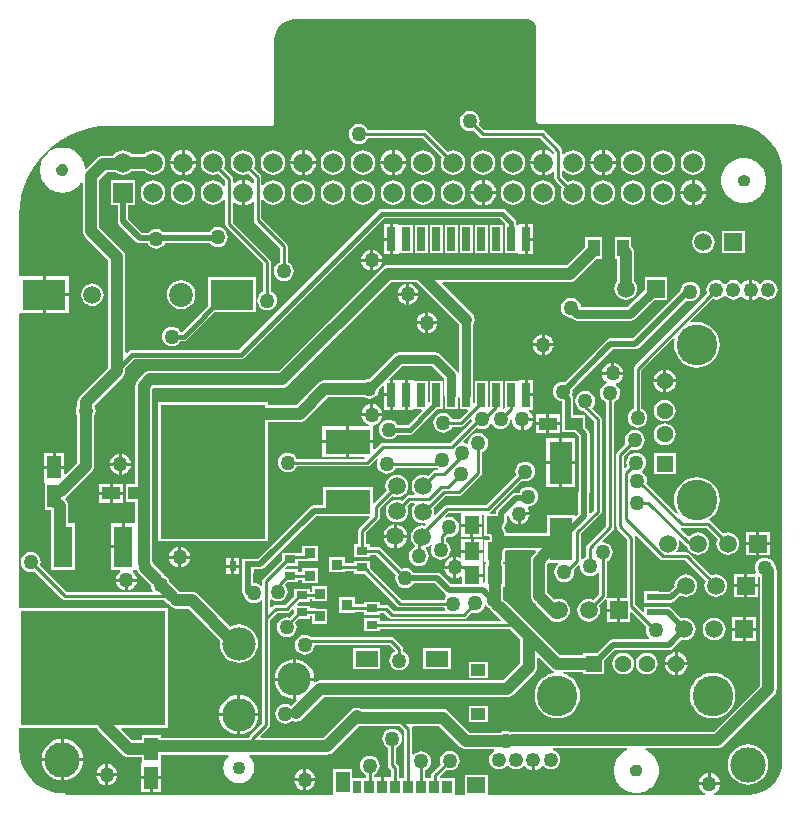
<source format=gtl>
G04*
G04 #@! TF.GenerationSoftware,Altium Limited,Altium Designer,19.0.11 (319)*
G04*
G04 Layer_Physical_Order=1*
G04 Layer_Color=255*
%FSLAX24Y24*%
%MOIN*%
G70*
G01*
G75*
%ADD10C,0.0100*%
%ADD50R,0.1441X0.1024*%
%ADD51R,0.0276X0.0787*%
%ADD52R,0.0374X0.0276*%
%ADD53R,0.0374X0.0354*%
%ADD54R,0.0374X0.0354*%
%ADD55R,0.0394X0.0551*%
%ADD56R,0.1500X0.0819*%
%ADD57R,0.3500X0.4500*%
%ADD58R,0.0472X0.0768*%
%ADD59R,0.0512X0.0591*%
%ADD60R,0.0610X0.0531*%
%ADD61R,0.0472X0.0394*%
%ADD62R,0.0748X0.0531*%
%ADD63R,0.0461X0.0709*%
%ADD64R,0.0295X0.0433*%
%ADD65R,0.0335X0.0433*%
%ADD66R,0.0236X0.0335*%
%ADD67C,0.0591*%
%ADD68R,0.0610X0.0433*%
%ADD69R,0.0335X0.0236*%
%ADD70R,0.4803X0.3839*%
%ADD71R,0.0630X0.1378*%
%ADD72R,0.0768X0.1437*%
%ADD73C,0.0400*%
%ADD74C,0.0200*%
%ADD75C,0.0300*%
%ADD76C,0.0150*%
%ADD77C,0.0170*%
%ADD78C,0.0492*%
%ADD79R,0.0591X0.0591*%
%ADD80C,0.0797*%
%ADD81C,0.1358*%
%ADD82C,0.0563*%
%ADD83R,0.0563X0.0563*%
%ADD84C,0.0433*%
%ADD85C,0.1114*%
%ADD86R,0.0563X0.0563*%
%ADD87R,0.0656X0.0656*%
%ADD88C,0.0656*%
%ADD89C,0.0500*%
%ADD90C,0.1181*%
G36*
X9550Y26019D02*
X17337D01*
Y26019D01*
X17410Y26009D01*
X17478Y25981D01*
X17536Y25936D01*
X17581Y25878D01*
X17609Y25810D01*
X17619Y25738D01*
X17619D01*
Y22650D01*
X17629Y22600D01*
X17657Y22557D01*
X17700Y22529D01*
X17750Y22519D01*
X24179D01*
X24183Y22520D01*
X24393Y22506D01*
X24604Y22464D01*
X24807Y22395D01*
X24999Y22300D01*
X25178Y22181D01*
X25339Y22039D01*
X25481Y21878D01*
X25600Y21699D01*
X25695Y21507D01*
X25764Y21304D01*
X25800Y21122D01*
Y1100D01*
X25765Y954D01*
X25698Y792D01*
X25606Y642D01*
X25492Y508D01*
X25358Y394D01*
X25208Y302D01*
X25046Y235D01*
X24875Y194D01*
X24701Y180D01*
X24700Y181D01*
Y181D01*
X24695Y180D01*
X24650Y180D01*
X23538D01*
X23528Y230D01*
X23563Y244D01*
X23637Y300D01*
X23693Y373D01*
X23728Y459D01*
X23733Y500D01*
X23040D01*
X23046Y459D01*
X23081Y373D01*
X23137Y300D01*
X23210Y244D01*
X23246Y230D01*
X23236Y180D01*
X16001Y180D01*
Y844D01*
X15233D01*
Y180D01*
X14895D01*
Y745D01*
X14417D01*
X14397Y795D01*
X14611Y1010D01*
X14646Y996D01*
X14732Y984D01*
X14817Y996D01*
X14897Y1029D01*
X14966Y1081D01*
X15019Y1150D01*
X15052Y1230D01*
X15063Y1316D01*
X15052Y1402D01*
X15019Y1482D01*
X14966Y1550D01*
X14897Y1603D01*
X14817Y1636D01*
X14732Y1647D01*
X14646Y1636D01*
X14566Y1603D01*
X14497Y1550D01*
X14444Y1482D01*
X14411Y1402D01*
X14400Y1316D01*
X14411Y1230D01*
X14426Y1195D01*
X14143Y912D01*
X14114Y870D01*
X14104Y820D01*
Y745D01*
X13914D01*
Y993D01*
X13948Y1007D01*
X14017Y1060D01*
X14070Y1129D01*
X14103Y1209D01*
X14114Y1294D01*
X14103Y1380D01*
X14070Y1460D01*
X14017Y1529D01*
X13948Y1582D01*
X13868Y1615D01*
X13782Y1626D01*
X13697Y1615D01*
X13617Y1582D01*
X13548Y1529D01*
X13531Y1506D01*
X13481Y1523D01*
Y2366D01*
X13471Y2417D01*
X13469Y2419D01*
X13496Y2469D01*
X14388D01*
X15089Y1767D01*
X15089Y1767D01*
X15148Y1722D01*
X15215Y1694D01*
X15288Y1685D01*
X15288Y1685D01*
X16198D01*
X16208Y1635D01*
X16205Y1634D01*
X16138Y1582D01*
X16086Y1514D01*
X16053Y1435D01*
X16042Y1350D01*
X16053Y1265D01*
X16086Y1186D01*
X16138Y1118D01*
X16205Y1066D01*
X16284Y1034D01*
X16369Y1022D01*
X16454Y1034D01*
X16533Y1066D01*
X16601Y1118D01*
X16625Y1150D01*
X16688D01*
X16712Y1118D01*
X16780Y1066D01*
X16859Y1034D01*
X16944Y1022D01*
X17029Y1034D01*
X17108Y1066D01*
X17176Y1118D01*
X17193Y1141D01*
X17243D01*
X17272Y1103D01*
X17344Y1048D01*
X17428Y1013D01*
X17469Y1008D01*
Y1350D01*
X17569D01*
Y1008D01*
X17609Y1013D01*
X17693Y1048D01*
X17766Y1103D01*
X17795Y1141D01*
X17845D01*
X17862Y1118D01*
X17930Y1066D01*
X18009Y1034D01*
X18094Y1022D01*
X18178Y1034D01*
X18257Y1066D01*
X18325Y1118D01*
X18377Y1186D01*
X18410Y1265D01*
X18421Y1350D01*
X18410Y1435D01*
X18377Y1514D01*
X18325Y1582D01*
X18257Y1634D01*
X18178Y1666D01*
X18160Y1669D01*
X18163Y1719D01*
X20634D01*
X20644Y1669D01*
X20602Y1652D01*
X20596Y1647D01*
X20588Y1644D01*
X20479Y1571D01*
X20473Y1565D01*
X20467Y1561D01*
X20373Y1468D01*
X20369Y1461D01*
X20363Y1455D01*
X20290Y1346D01*
X20287Y1339D01*
X20283Y1332D01*
X20232Y1210D01*
X20231Y1202D01*
X20228Y1195D01*
X20202Y1066D01*
Y1058D01*
X20200Y1050D01*
Y918D01*
X20202Y911D01*
Y903D01*
X20228Y773D01*
X20231Y766D01*
X20232Y758D01*
X20283Y636D01*
X20287Y630D01*
X20290Y623D01*
X20363Y513D01*
X20369Y507D01*
X20373Y501D01*
X20467Y408D01*
X20473Y403D01*
X20479Y398D01*
X20588Y324D01*
X20596Y321D01*
X20602Y317D01*
X20724Y266D01*
X20732Y265D01*
X20739Y262D01*
X20868Y236D01*
X20876D01*
X20884Y235D01*
X21016D01*
X21024Y236D01*
X21032D01*
X21161Y262D01*
X21168Y265D01*
X21176Y266D01*
X21298Y317D01*
X21304Y321D01*
X21312Y324D01*
X21421Y398D01*
X21427Y403D01*
X21433Y408D01*
X21527Y501D01*
X21531Y507D01*
X21537Y513D01*
X21610Y623D01*
X21613Y630D01*
X21617Y636D01*
X21668Y758D01*
X21669Y766D01*
X21672Y773D01*
X21698Y903D01*
Y911D01*
X21700Y918D01*
Y1050D01*
X21698Y1058D01*
Y1066D01*
X21672Y1195D01*
X21669Y1202D01*
X21668Y1210D01*
X21617Y1332D01*
X21613Y1339D01*
X21610Y1346D01*
X21537Y1455D01*
X21531Y1461D01*
X21527Y1468D01*
X21433Y1561D01*
X21427Y1565D01*
X21421Y1571D01*
X21312Y1644D01*
X21304Y1647D01*
X21298Y1652D01*
X21256Y1669D01*
X21266Y1719D01*
X23656D01*
X23656Y1719D01*
X23728Y1728D01*
X23796Y1757D01*
X23854Y1801D01*
X25549Y3496D01*
X25549Y3496D01*
X25593Y3554D01*
X25622Y3622D01*
X25631Y3694D01*
X25631Y3694D01*
Y7637D01*
X25631Y7637D01*
X25622Y7709D01*
X25593Y7777D01*
X25559Y7823D01*
X25557Y7836D01*
X25524Y7916D01*
X25471Y7984D01*
X25403Y8037D01*
X25323Y8070D01*
X25237Y8082D01*
X25151Y8070D01*
X25071Y8037D01*
X25002Y7984D01*
X24950Y7916D01*
X24916Y7836D01*
X24905Y7750D01*
X24916Y7664D01*
X24945Y7595D01*
X24923Y7545D01*
X24650D01*
Y7200D01*
X24995D01*
Y7428D01*
X25045Y7455D01*
X25069Y7439D01*
Y3811D01*
X23539Y2281D01*
X16841D01*
X16769Y2272D01*
X16746Y2262D01*
X16688Y2286D01*
X16602Y2297D01*
X16516Y2286D01*
X16436Y2253D01*
X16428Y2247D01*
X15405D01*
X14703Y2949D01*
X14645Y2993D01*
X14577Y3022D01*
X14504Y3031D01*
X14504Y3031D01*
X11765D01*
X11701Y3057D01*
X11629Y3067D01*
X11556Y3057D01*
X11488Y3029D01*
X11430Y2985D01*
X10517Y2071D01*
X8442D01*
X8423Y2118D01*
X8714Y2409D01*
X8743Y2451D01*
X8753Y2502D01*
Y6008D01*
X8978Y6234D01*
X9299D01*
X9350Y6244D01*
X9392Y6272D01*
X9489Y6369D01*
X9536Y6350D01*
Y6236D01*
X9382Y6082D01*
X9300Y6093D01*
X9214Y6081D01*
X9134Y6048D01*
X9066Y5996D01*
X9013Y5927D01*
X8980Y5847D01*
X8968Y5761D01*
X8980Y5675D01*
X9013Y5595D01*
X9066Y5527D01*
X9134Y5474D01*
X9214Y5441D01*
X9300Y5430D01*
X9386Y5441D01*
X9466Y5474D01*
X9534Y5527D01*
X9587Y5595D01*
X9620Y5675D01*
X9632Y5761D01*
X9620Y5847D01*
X9590Y5919D01*
X9721Y6050D01*
X10067D01*
Y6122D01*
X10125D01*
Y5870D01*
X10656D01*
Y6382D01*
X10276D01*
X10263Y6385D01*
X10067D01*
Y6483D01*
X9668D01*
X9649Y6529D01*
X9721Y6601D01*
X10067D01*
Y6686D01*
X10125D01*
Y6618D01*
X10656D01*
Y7130D01*
X10125D01*
Y6949D01*
X10067D01*
Y7034D01*
X9536D01*
Y6787D01*
X9245Y6496D01*
X8924D01*
X8874Y6486D01*
X8831Y6458D01*
X8799Y6425D01*
X8753Y6444D01*
Y6662D01*
X8803Y6687D01*
X8834Y6663D01*
X8914Y6630D01*
X9000Y6618D01*
X9086Y6630D01*
X9166Y6663D01*
X9234Y6716D01*
X9287Y6784D01*
X9320Y6864D01*
X9332Y6950D01*
X9320Y7036D01*
X9287Y7116D01*
X9238Y7180D01*
X9320Y7263D01*
X9666D01*
Y7348D01*
X9798D01*
Y7220D01*
X10329D01*
Y7732D01*
X9798D01*
Y7611D01*
X9666D01*
Y7696D01*
X9267D01*
X9248Y7742D01*
X9320Y7814D01*
X9666D01*
Y7966D01*
X9936D01*
X9949Y7968D01*
X10329D01*
Y8480D01*
X9798D01*
Y8228D01*
X9666D01*
Y8247D01*
X9134D01*
Y8000D01*
X8528Y7394D01*
X8500Y7351D01*
X8490Y7301D01*
Y7144D01*
X8440Y7127D01*
X8434Y7134D01*
X8366Y7187D01*
X8286Y7220D01*
X8200Y7232D01*
X8176Y7252D01*
Y7553D01*
X8209D01*
Y7684D01*
X8417D01*
X8417Y7684D01*
X8487Y7698D01*
X8546Y7737D01*
X10267Y9458D01*
X11025D01*
X11025Y9458D01*
X11042Y9462D01*
X12045D01*
X12065Y9416D01*
X11721Y9072D01*
X11692Y9029D01*
X11682Y8979D01*
Y8523D01*
X11548D01*
Y8089D01*
X12079D01*
Y8175D01*
X12283D01*
X12942Y7515D01*
X12930Y7486D01*
X12918Y7400D01*
X12930Y7314D01*
X12963Y7234D01*
X13016Y7166D01*
X13084Y7113D01*
X13164Y7080D01*
X13250Y7068D01*
X13336Y7080D01*
X13416Y7113D01*
X13484Y7166D01*
X13525Y7218D01*
X14234D01*
X14571Y6881D01*
X14571Y6881D01*
X14618Y6849D01*
X14628Y6794D01*
X14616Y6784D01*
X14563Y6716D01*
X14549Y6681D01*
X13122D01*
X12079Y7724D01*
Y7971D01*
X11548D01*
Y7886D01*
X11254D01*
Y8106D01*
X10723D01*
Y7594D01*
X11254D01*
Y7624D01*
X11548D01*
Y7538D01*
X11894D01*
X12975Y6457D01*
X13017Y6429D01*
X13068Y6419D01*
X14549D01*
X14563Y6384D01*
X14587Y6353D01*
X14563Y6303D01*
X12864D01*
X12703Y6464D01*
X12660Y6493D01*
X12610Y6503D01*
X12419D01*
Y6614D01*
X11888D01*
Y6529D01*
X11581D01*
Y6756D01*
X11050D01*
Y6244D01*
X11581D01*
Y6267D01*
X11888D01*
Y6181D01*
X12419D01*
Y6240D01*
X12556D01*
X12717Y6078D01*
X12760Y6050D01*
X12810Y6040D01*
X15193D01*
X15244Y6050D01*
X15286Y6078D01*
X15453Y6246D01*
X15488Y6231D01*
X15574Y6220D01*
X15659Y6231D01*
X15739Y6264D01*
X15808Y6317D01*
X15861Y6386D01*
X15894Y6466D01*
X15897Y6488D01*
X15907Y6493D01*
X15949Y6499D01*
X15985Y6451D01*
X16043Y6407D01*
X16066Y6397D01*
X16075Y6375D01*
X16119Y6317D01*
X16249Y6187D01*
X16249Y6187D01*
X16279Y6164D01*
X16437Y6007D01*
X16417Y5961D01*
X12419D01*
Y6063D01*
X11888D01*
Y5630D01*
X12419D01*
Y5698D01*
X16745D01*
X17090Y5353D01*
Y4560D01*
X16518Y3988D01*
X10408D01*
X10335Y3978D01*
X10267Y3950D01*
X10252Y3938D01*
X10204Y3965D01*
X10206Y3981D01*
X9600D01*
Y3376D01*
X9610Y3377D01*
X9632Y3329D01*
X9442Y3138D01*
X9416Y3159D01*
X9336Y3192D01*
X9250Y3203D01*
X9164Y3192D01*
X9084Y3159D01*
X9016Y3106D01*
X8963Y3037D01*
X8930Y2957D01*
X8918Y2872D01*
X8930Y2786D01*
X8963Y2706D01*
X9016Y2637D01*
X9084Y2584D01*
X9164Y2551D01*
X9250Y2540D01*
X9336Y2551D01*
X9416Y2584D01*
X9481Y2635D01*
X9519Y2619D01*
X9592Y2610D01*
X9665Y2619D01*
X9733Y2647D01*
X9791Y2692D01*
X10524Y3425D01*
X16634D01*
X16634Y3425D01*
X16707Y3435D01*
X16775Y3463D01*
X16833Y3508D01*
X17570Y4245D01*
X17570Y4245D01*
X17615Y4303D01*
X17643Y4371D01*
X17653Y4444D01*
X17653Y4444D01*
Y4725D01*
X17699Y4744D01*
X18092Y4351D01*
X18092Y4351D01*
X18150Y4307D01*
X18206Y4284D01*
X18198Y4233D01*
X18171Y4230D01*
X18028Y4187D01*
X17897Y4116D01*
X17781Y4022D01*
X17686Y3906D01*
X17616Y3774D01*
X17573Y3632D01*
X17558Y3483D01*
X17573Y3334D01*
X17616Y3192D01*
X17686Y3060D01*
X17781Y2945D01*
X17897Y2850D01*
X18028Y2779D01*
X18171Y2736D01*
X18320Y2722D01*
X18468Y2736D01*
X18611Y2779D01*
X18743Y2850D01*
X18858Y2945D01*
X18953Y3060D01*
X19023Y3192D01*
X19067Y3334D01*
X19081Y3483D01*
X19067Y3632D01*
X19023Y3774D01*
X18953Y3906D01*
X18858Y4022D01*
X18743Y4116D01*
X18611Y4187D01*
X18505Y4219D01*
X18512Y4269D01*
X19168D01*
Y4190D01*
X19889D01*
Y4653D01*
X20232Y4996D01*
X22028D01*
X22028Y4996D01*
X22098Y5010D01*
X22157Y5050D01*
X22446Y5338D01*
X22452Y5336D01*
X22550Y5323D01*
X22648Y5336D01*
X22739Y5373D01*
X22817Y5433D01*
X22877Y5511D01*
X22914Y5602D01*
X22927Y5700D01*
X22914Y5798D01*
X22877Y5889D01*
X22817Y5967D01*
X22739Y6027D01*
X22648Y6064D01*
X22550Y6077D01*
X22452Y6064D01*
X22446Y6062D01*
X22126Y6382D01*
X22067Y6422D01*
X21997Y6435D01*
X21997Y6435D01*
X21706D01*
Y6450D01*
X21214D01*
Y6283D01*
X21168Y6264D01*
X20916Y6515D01*
Y8747D01*
X20908Y8786D01*
X20950Y8815D01*
X21732Y8033D01*
X21774Y8005D01*
X21824Y7995D01*
X22570D01*
X23259Y7305D01*
X23236Y7248D01*
X23223Y7150D01*
X23236Y7052D01*
X23273Y6961D01*
X23333Y6883D01*
X23411Y6823D01*
X23502Y6786D01*
X23600Y6773D01*
X23698Y6786D01*
X23789Y6823D01*
X23867Y6883D01*
X23927Y6961D01*
X23964Y7052D01*
X23977Y7150D01*
X23964Y7248D01*
X23927Y7339D01*
X23867Y7417D01*
X23789Y7477D01*
X23698Y7514D01*
X23600Y7527D01*
X23502Y7514D01*
X23445Y7491D01*
X22717Y8219D01*
X22674Y8247D01*
X22624Y8257D01*
X22310D01*
X22285Y8307D01*
X22327Y8361D01*
X22364Y8452D01*
X22377Y8550D01*
X22365Y8641D01*
X22378Y8653D01*
X22411Y8667D01*
X22575Y8502D01*
X22618Y8474D01*
X22633Y8471D01*
X22636Y8452D01*
X22673Y8361D01*
X22733Y8283D01*
X22811Y8223D01*
X22902Y8186D01*
X23000Y8173D01*
X23098Y8186D01*
X23189Y8223D01*
X23267Y8283D01*
X23327Y8361D01*
X23364Y8452D01*
X23377Y8550D01*
X23364Y8648D01*
X23327Y8739D01*
X23267Y8817D01*
X23189Y8877D01*
X23098Y8914D01*
X23000Y8927D01*
X22902Y8914D01*
X22811Y8877D01*
X22733Y8817D01*
X22712Y8789D01*
X22662Y8786D01*
X22429Y9019D01*
X22454Y9065D01*
X22461Y9064D01*
X23300D01*
X23659Y8705D01*
X23636Y8648D01*
X23623Y8550D01*
X23636Y8452D01*
X23673Y8361D01*
X23733Y8283D01*
X23811Y8223D01*
X23902Y8186D01*
X24000Y8173D01*
X24098Y8186D01*
X24189Y8223D01*
X24267Y8283D01*
X24327Y8361D01*
X24364Y8452D01*
X24377Y8550D01*
X24364Y8648D01*
X24327Y8739D01*
X24267Y8817D01*
X24189Y8877D01*
X24098Y8914D01*
X24000Y8927D01*
X23902Y8914D01*
X23845Y8891D01*
X23448Y9288D01*
X23405Y9317D01*
X23396Y9318D01*
X23387Y9365D01*
X23387Y9371D01*
X23501Y9465D01*
X23596Y9580D01*
X23667Y9712D01*
X23710Y9855D01*
X23725Y10003D01*
X23710Y10152D01*
X23667Y10295D01*
X23596Y10426D01*
X23501Y10542D01*
X23386Y10636D01*
X23254Y10707D01*
X23112Y10750D01*
X22963Y10765D01*
X22814Y10750D01*
X22672Y10707D01*
X22540Y10636D01*
X22424Y10542D01*
X22330Y10426D01*
X22259Y10295D01*
X22216Y10152D01*
X22201Y10003D01*
X22216Y9855D01*
X22259Y9712D01*
X22330Y9580D01*
X22290Y9551D01*
X21289Y10553D01*
X21291Y10558D01*
X21302Y10644D01*
X21291Y10730D01*
X21258Y10810D01*
X21205Y10878D01*
X21146Y10923D01*
X21140Y10962D01*
X21142Y10983D01*
X21184Y11016D01*
X21237Y11084D01*
X21270Y11164D01*
X21282Y11250D01*
X21270Y11336D01*
X21237Y11416D01*
X21184Y11484D01*
X21116Y11537D01*
X21036Y11570D01*
X20950Y11582D01*
X20864Y11570D01*
X20784Y11537D01*
X20716Y11484D01*
X20663Y11416D01*
X20630Y11336D01*
X20618Y11250D01*
X20630Y11164D01*
X20644Y11130D01*
X20590Y11076D01*
X20544Y11095D01*
Y11459D01*
X20780Y11694D01*
X20814Y11680D01*
X20900Y11668D01*
X20986Y11680D01*
X21066Y11713D01*
X21134Y11766D01*
X21187Y11834D01*
X21220Y11914D01*
X21232Y12000D01*
X21220Y12086D01*
X21187Y12166D01*
X21134Y12234D01*
X21066Y12287D01*
X20986Y12320D01*
X20900Y12332D01*
X20814Y12320D01*
X20734Y12287D01*
X20666Y12234D01*
X20613Y12166D01*
X20580Y12086D01*
X20568Y12000D01*
X20580Y11914D01*
X20594Y11880D01*
X20320Y11606D01*
X20292Y11563D01*
X20282Y11513D01*
Y9119D01*
X20292Y9068D01*
X20320Y9026D01*
X20654Y8693D01*
Y6721D01*
X20411D01*
Y6326D01*
Y5930D01*
X20756D01*
Y6239D01*
X20802Y6258D01*
X21289Y5771D01*
X21280Y5750D01*
X21268Y5664D01*
X21280Y5578D01*
X21313Y5498D01*
X21366Y5430D01*
X21390Y5411D01*
X21373Y5361D01*
X20157D01*
X20157Y5361D01*
X20087Y5347D01*
X20028Y5307D01*
X20028Y5307D01*
X19631Y4910D01*
X19168D01*
Y4831D01*
X18407D01*
X17570Y5668D01*
X17570Y5668D01*
X17108Y6131D01*
X17108Y6131D01*
X16654Y6585D01*
X16623Y6608D01*
X16517Y6714D01*
X16512Y6718D01*
Y7110D01*
X16566D01*
Y7858D01*
X16509D01*
Y7926D01*
X16559D01*
Y8276D01*
X16605Y8322D01*
X17588D01*
X17607Y8276D01*
X17510Y8179D01*
X17465Y8120D01*
X17437Y8053D01*
X17427Y7980D01*
X17427Y7980D01*
Y6800D01*
X17437Y6727D01*
X17465Y6659D01*
X17510Y6601D01*
X17548Y6572D01*
X17557Y6552D01*
X17601Y6493D01*
X18076Y6019D01*
X18134Y5974D01*
X18202Y5946D01*
X18274Y5937D01*
X18347Y5946D01*
X18354Y5949D01*
X18361Y5948D01*
X18458Y5961D01*
X18549Y5999D01*
X18628Y6059D01*
X18687Y6137D01*
X18725Y6228D01*
X18738Y6326D01*
X18725Y6423D01*
X18687Y6514D01*
X18628Y6592D01*
X18549Y6652D01*
X18458Y6690D01*
X18361Y6703D01*
X18263Y6690D01*
X18218Y6671D01*
X17999Y6891D01*
X17990Y6898D01*
Y7863D01*
X18038Y7911D01*
X18334D01*
X18351Y7861D01*
X18316Y7834D01*
X18263Y7766D01*
X18230Y7686D01*
X18218Y7600D01*
X18230Y7514D01*
X18263Y7434D01*
X18316Y7366D01*
X18384Y7313D01*
X18464Y7280D01*
X18550Y7268D01*
X18636Y7280D01*
X18716Y7313D01*
X18784Y7366D01*
X18837Y7434D01*
X18870Y7514D01*
X18882Y7600D01*
X18872Y7673D01*
X19021Y7822D01*
X19066Y7801D01*
X19069Y7799D01*
X19080Y7714D01*
X19113Y7634D01*
X19166Y7566D01*
X19234Y7513D01*
X19314Y7480D01*
X19400Y7468D01*
X19486Y7480D01*
X19566Y7513D01*
X19634Y7566D01*
X19648Y7583D01*
X19698Y7566D01*
Y6849D01*
X19516Y6666D01*
X19458Y6690D01*
X19361Y6703D01*
X19263Y6690D01*
X19172Y6652D01*
X19094Y6592D01*
X19034Y6514D01*
X18996Y6423D01*
X18984Y6326D01*
X18996Y6228D01*
X19034Y6137D01*
X19094Y6059D01*
X19172Y5999D01*
X19263Y5961D01*
X19361Y5948D01*
X19458Y5961D01*
X19549Y5999D01*
X19628Y6059D01*
X19688Y6137D01*
X19725Y6228D01*
X19738Y6326D01*
X19725Y6423D01*
X19701Y6481D01*
X19916Y6695D01*
X19942Y6690D01*
X19966Y6676D01*
Y6376D01*
X20311D01*
Y6721D01*
X19993D01*
X19989Y6723D01*
X19955Y6767D01*
X19961Y6794D01*
Y7953D01*
X19995Y7967D01*
X20064Y8020D01*
X20117Y8089D01*
X20150Y8169D01*
X20161Y8254D01*
X20150Y8340D01*
X20117Y8420D01*
X20064Y8489D01*
X19995Y8542D01*
X19915Y8575D01*
X19829Y8586D01*
X19822Y8585D01*
X19800Y8630D01*
X20168Y8998D01*
X20197Y9041D01*
X20207Y9091D01*
Y13271D01*
X20241Y13285D01*
X20310Y13338D01*
X20363Y13406D01*
X20396Y13486D01*
X20407Y13572D01*
X20396Y13658D01*
X20363Y13738D01*
X20310Y13807D01*
X20275Y13834D01*
X20282Y13891D01*
X20338Y13914D01*
X20411Y13970D01*
X20467Y14043D01*
X20502Y14128D01*
X20508Y14170D01*
X19815D01*
X19820Y14128D01*
X19856Y14043D01*
X19912Y13970D01*
X19959Y13934D01*
X19952Y13877D01*
X19910Y13859D01*
X19841Y13807D01*
X19788Y13738D01*
X19755Y13658D01*
X19744Y13572D01*
X19755Y13486D01*
X19788Y13406D01*
X19841Y13338D01*
X19910Y13285D01*
X19944Y13271D01*
Y9145D01*
X19307Y8508D01*
X19279Y8466D01*
X19269Y8415D01*
Y8101D01*
X19234Y8087D01*
X19166Y8034D01*
X19153Y8018D01*
X19103Y8034D01*
Y8865D01*
X19756Y9519D01*
X19785Y9561D01*
X19795Y9611D01*
Y12693D01*
X19785Y12744D01*
X19756Y12786D01*
X19484Y13059D01*
X19484Y13066D01*
X19537Y13134D01*
X19570Y13214D01*
X19582Y13300D01*
X19570Y13386D01*
X19537Y13466D01*
X19484Y13534D01*
X19416Y13587D01*
X19336Y13620D01*
X19250Y13632D01*
X19164Y13620D01*
X19084Y13587D01*
X19016Y13534D01*
X18963Y13466D01*
X18930Y13386D01*
X18918Y13300D01*
X18930Y13214D01*
X18963Y13134D01*
X19016Y13066D01*
X19084Y13013D01*
X19164Y12980D01*
X19196Y12976D01*
X19532Y12639D01*
Y9666D01*
X19428Y9562D01*
X19382Y9581D01*
Y10219D01*
X19391Y10265D01*
X19391Y10265D01*
Y12200D01*
X19391Y12200D01*
X19377Y12270D01*
X19338Y12329D01*
X19338Y12329D01*
X19248Y12419D01*
Y12845D01*
X18841D01*
Y13374D01*
X18841Y13374D01*
X18827Y13444D01*
X18799Y13487D01*
X18817Y13532D01*
X18828Y13617D01*
X18820Y13683D01*
X20164Y15027D01*
X20915D01*
X20915Y15027D01*
X20984Y15040D01*
X21043Y15080D01*
X22614Y16650D01*
X22664Y16630D01*
X22750Y16618D01*
X22836Y16630D01*
X22916Y16663D01*
X22984Y16716D01*
X23037Y16784D01*
X23070Y16864D01*
X23082Y16950D01*
X23070Y17036D01*
X23037Y17116D01*
X22984Y17184D01*
X22916Y17237D01*
X22836Y17270D01*
X22750Y17282D01*
X22664Y17270D01*
X22584Y17237D01*
X22516Y17184D01*
X22463Y17116D01*
X22430Y17036D01*
X22422Y16973D01*
X20839Y15391D01*
X20088D01*
X20088Y15391D01*
X20018Y15377D01*
X19959Y15338D01*
X18562Y13940D01*
X18497Y13949D01*
X18411Y13938D01*
X18331Y13905D01*
X18262Y13852D01*
X18210Y13783D01*
X18177Y13703D01*
X18165Y13617D01*
X18177Y13532D01*
X18210Y13452D01*
X18262Y13383D01*
X18331Y13330D01*
X18411Y13297D01*
X18477Y13289D01*
Y12667D01*
X18477Y12667D01*
X18480Y12649D01*
Y12255D01*
X18897D01*
X19027Y12125D01*
Y10301D01*
X19018Y10255D01*
X19018Y10255D01*
Y9547D01*
X18946Y9475D01*
X18900Y9494D01*
Y9506D01*
X17975D01*
Y8885D01*
X16618D01*
X16610Y8947D01*
X16582Y9015D01*
X16543Y9066D01*
Y9091D01*
X16579Y9127D01*
X16579Y9127D01*
X16619Y9186D01*
X16632Y9256D01*
Y9462D01*
X16651Y9476D01*
X16702Y9459D01*
X16705Y9455D01*
X16739Y9373D01*
X16795Y9300D01*
X16868Y9244D01*
X16953Y9209D01*
X16995Y9204D01*
Y9550D01*
X17045D01*
Y9600D01*
X17391D01*
X17386Y9641D01*
X17350Y9727D01*
X17340Y9740D01*
X17367Y9787D01*
X17436Y9796D01*
X17516Y9830D01*
X17584Y9882D01*
X17637Y9951D01*
X17670Y10031D01*
X17682Y10117D01*
X17670Y10203D01*
X17637Y10283D01*
X17584Y10351D01*
X17516Y10404D01*
X17436Y10437D01*
X17350Y10448D01*
X17264Y10437D01*
X17184Y10404D01*
X17116Y10351D01*
X17063Y10283D01*
X17046Y10242D01*
X16948D01*
X16948Y10242D01*
X16878Y10228D01*
X16819Y10188D01*
X16321Y9691D01*
X16282Y9632D01*
X16268Y9562D01*
X16229Y9537D01*
X16082D01*
X16067Y9587D01*
X16085Y9600D01*
X17130Y10644D01*
X17164Y10630D01*
X17250Y10618D01*
X17336Y10630D01*
X17416Y10663D01*
X17484Y10716D01*
X17537Y10784D01*
X17570Y10864D01*
X17582Y10950D01*
X17570Y11036D01*
X17537Y11116D01*
X17484Y11184D01*
X17416Y11237D01*
X17336Y11270D01*
X17250Y11282D01*
X17164Y11270D01*
X17084Y11237D01*
X17016Y11184D01*
X16963Y11116D01*
X16930Y11036D01*
X16918Y10950D01*
X16930Y10864D01*
X16944Y10830D01*
X15938Y9824D01*
X14632D01*
X14582Y9814D01*
X14539Y9785D01*
X14246Y9492D01*
X14201Y9518D01*
X14211Y9600D01*
X14199Y9698D01*
X14183Y9734D01*
X14583Y10133D01*
X15039D01*
X15089Y10143D01*
X15132Y10172D01*
X15779Y10819D01*
X15807Y10861D01*
X15817Y10912D01*
Y11599D01*
X15852Y11613D01*
X15920Y11666D01*
X15973Y11734D01*
X16006Y11814D01*
X16017Y11900D01*
X16006Y11986D01*
X15973Y12066D01*
X15920Y12134D01*
X15852Y12187D01*
X15772Y12220D01*
X15686Y12232D01*
X15600Y12220D01*
X15520Y12187D01*
X15451Y12134D01*
X15399Y12066D01*
X15366Y11986D01*
X15354Y11900D01*
X15356Y11884D01*
X15309Y11862D01*
X15236Y11893D01*
X15196Y11898D01*
X15178Y11951D01*
X15639Y12411D01*
X15714Y12380D01*
X15800Y12368D01*
X15886Y12380D01*
X15966Y12413D01*
X16034Y12466D01*
X16081Y12526D01*
X16134Y12529D01*
X16137Y12520D01*
X16190Y12451D01*
X16259Y12399D01*
X16339Y12366D01*
X16425Y12354D01*
X16510Y12366D01*
X16590Y12399D01*
X16659Y12451D01*
X16712Y12520D01*
X16745Y12600D01*
X16752Y12654D01*
X16802D01*
X16810Y12594D01*
X16845Y12509D01*
X16902Y12436D01*
X16975Y12380D01*
X17060Y12345D01*
X17101Y12339D01*
Y12686D01*
X17151D01*
Y12736D01*
X17498D01*
X17492Y12777D01*
X17457Y12862D01*
X17401Y12935D01*
X17372Y12958D01*
X17389Y13008D01*
X17520D01*
Y13452D01*
X17283D01*
Y13502D01*
X17233D01*
Y13995D01*
X17045D01*
Y13984D01*
X16999Y13974D01*
X16995Y13974D01*
X16566D01*
Y13056D01*
X16520Y13026D01*
X16499Y13040D01*
Y13974D01*
X16066D01*
Y13101D01*
X16049Y13089D01*
X15999Y13115D01*
Y13974D01*
X15566D01*
Y13239D01*
X15549Y13226D01*
X15499Y13251D01*
Y13418D01*
X15516Y13502D01*
Y15862D01*
X15526Y15875D01*
X15554Y15943D01*
X15564Y16016D01*
X15554Y16089D01*
X15526Y16157D01*
X15481Y16215D01*
X14473Y17223D01*
X14493Y17269D01*
X18749D01*
X18749Y17269D01*
X18821Y17278D01*
X18889Y17307D01*
X18947Y17351D01*
X19642Y18046D01*
X19802D01*
Y18285D01*
X19807Y18328D01*
X19807Y18328D01*
Y18400D01*
X19802Y18442D01*
Y18754D01*
X19251D01*
Y18450D01*
X18632Y17831D01*
X12670D01*
X12670Y17831D01*
X12598Y17822D01*
X12530Y17793D01*
X12471Y17749D01*
X12471Y17749D01*
X9024Y14301D01*
X4751D01*
X4678Y14292D01*
X4611Y14264D01*
X4552Y14219D01*
X4552Y14219D01*
X4333Y14000D01*
X4289Y13942D01*
X4261Y13874D01*
X4251Y13801D01*
X4251Y13801D01*
Y10519D01*
X3929D01*
Y9928D01*
X4251D01*
Y9239D01*
X3900D01*
Y8450D01*
X3850D01*
Y8400D01*
X3435D01*
Y7661D01*
X3724D01*
X3741Y7611D01*
X3700Y7580D01*
X3644Y7506D01*
X3609Y7421D01*
X3604Y7380D01*
X4296D01*
X4291Y7421D01*
X4256Y7506D01*
X4200Y7580D01*
X4159Y7611D01*
X4176Y7661D01*
X4265D01*
Y7661D01*
X4315Y7663D01*
X4321Y7649D01*
X4331Y7621D01*
X4335Y7615D01*
X4337Y7609D01*
X4356Y7585D01*
X4373Y7561D01*
X4378Y7556D01*
X4382Y7551D01*
X4751Y7181D01*
X4769Y7168D01*
X4768Y7164D01*
X4780Y7078D01*
X4813Y6998D01*
X4834Y6970D01*
X4810Y6920D01*
X1966D01*
X1070Y7816D01*
X1084Y7850D01*
X1096Y7936D01*
X1084Y8022D01*
X1051Y8102D01*
X999Y8170D01*
X930Y8223D01*
X850Y8256D01*
X764Y8268D01*
X678Y8256D01*
X598Y8223D01*
X530Y8170D01*
X477Y8102D01*
X444Y8022D01*
X433Y7936D01*
X444Y7850D01*
X477Y7770D01*
X530Y7701D01*
X598Y7649D01*
X678Y7616D01*
X764Y7604D01*
X850Y7616D01*
X885Y7630D01*
X1818Y6696D01*
X1861Y6668D01*
X1911Y6658D01*
X5209D01*
X5276Y6590D01*
X5335Y6545D01*
X5353Y6538D01*
X5359Y6522D01*
X5404Y6464D01*
X5462Y6419D01*
X5530Y6391D01*
X5603Y6382D01*
X6021D01*
X7073Y5330D01*
X7061Y5212D01*
X7073Y5088D01*
X7110Y4968D01*
X7169Y4857D01*
X7248Y4760D01*
X7345Y4681D01*
X7455Y4622D01*
X7575Y4586D01*
X7700Y4573D01*
X7825Y4586D01*
X7944Y4622D01*
X8055Y4681D01*
X8152Y4760D01*
X8231Y4857D01*
X8290Y4968D01*
X8327Y5088D01*
X8339Y5212D01*
X8327Y5337D01*
X8290Y5457D01*
X8231Y5567D01*
X8152Y5664D01*
X8055Y5743D01*
X7944Y5802D01*
X7825Y5839D01*
X7700Y5851D01*
X7575Y5839D01*
X7455Y5802D01*
X7416Y5781D01*
X6336Y6862D01*
X6278Y6906D01*
X6210Y6934D01*
X6137Y6944D01*
X6137Y6944D01*
X5708D01*
X5674Y6988D01*
X5422Y7240D01*
X5420Y7250D01*
X5387Y7330D01*
X5334Y7399D01*
X5266Y7451D01*
X5213Y7473D01*
X5193Y7521D01*
X5149Y7579D01*
X4838Y7890D01*
X4813Y8004D01*
Y13685D01*
X4868Y13739D01*
X9140D01*
X9140Y13739D01*
X9213Y13749D01*
X9281Y13777D01*
X9339Y13821D01*
X12787Y17269D01*
X13632D01*
X15049Y15852D01*
Y14242D01*
X14999Y14237D01*
X14998Y14244D01*
X14947Y14320D01*
X14402Y14865D01*
X14326Y14915D01*
X14237Y14933D01*
X13043D01*
X12954Y14915D01*
X12878Y14865D01*
X12052Y14038D01*
X12050Y14038D01*
X11964Y14027D01*
X11884Y13994D01*
X11876Y13988D01*
X10555D01*
X10555Y13988D01*
X10482Y13978D01*
X10415Y13950D01*
X10356Y13905D01*
X9609Y13158D01*
X8663D01*
Y13279D01*
X5005D01*
Y8621D01*
X8663D01*
Y12596D01*
X9726D01*
X9726Y12596D01*
X9799Y12606D01*
X9866Y12634D01*
X9925Y12679D01*
X10672Y13426D01*
X11876D01*
X11884Y13420D01*
X11964Y13386D01*
X12050Y13375D01*
X12136Y13386D01*
X12216Y13420D01*
X12284Y13472D01*
X12337Y13541D01*
X12370Y13621D01*
X12382Y13707D01*
X12381Y13708D01*
X12499Y13825D01*
X12545Y13806D01*
Y13552D01*
X12732D01*
Y13998D01*
X12715Y14041D01*
X13140Y14467D01*
X14141D01*
X14549Y14058D01*
Y13502D01*
X14566Y13418D01*
Y13029D01*
X14999D01*
Y13418D01*
X15001Y13428D01*
X15054Y13435D01*
X15066Y13411D01*
Y13029D01*
X15315D01*
X15334Y12983D01*
X15062Y12711D01*
X14817D01*
X14803Y12745D01*
X14750Y12814D01*
X14681Y12866D01*
X14601Y12900D01*
X14516Y12911D01*
X14430Y12900D01*
X14350Y12866D01*
X14281Y12814D01*
X14228Y12745D01*
X14195Y12665D01*
X14184Y12579D01*
X14195Y12493D01*
X14228Y12414D01*
X14281Y12345D01*
X14350Y12292D01*
X14430Y12259D01*
X14516Y12248D01*
X14601Y12259D01*
X14681Y12292D01*
X14750Y12345D01*
X14803Y12414D01*
X14817Y12448D01*
X15116D01*
X15166Y12458D01*
X15209Y12486D01*
X15420Y12697D01*
X15471Y12678D01*
X15479Y12622D01*
X14767Y11910D01*
X12504D01*
X12454Y11900D01*
X12412Y11872D01*
X12230Y11690D01*
X12184Y11709D01*
Y11900D01*
X11384D01*
Y11441D01*
X11865D01*
X11892Y11391D01*
X11886Y11381D01*
X9627D01*
X9613Y11416D01*
X9560Y11484D01*
X9492Y11537D01*
X9412Y11570D01*
X9326Y11582D01*
X9240Y11570D01*
X9160Y11537D01*
X9092Y11484D01*
X9039Y11416D01*
X9006Y11336D01*
X8994Y11250D01*
X9006Y11164D01*
X9039Y11084D01*
X9092Y11016D01*
X9160Y10963D01*
X9240Y10930D01*
X9326Y10918D01*
X9412Y10930D01*
X9492Y10963D01*
X9560Y11016D01*
X9613Y11084D01*
X9627Y11119D01*
X11976D01*
X12026Y11129D01*
X12069Y11157D01*
X12299Y11387D01*
X12341Y11359D01*
X12316Y11298D01*
X12304Y11212D01*
X12316Y11126D01*
X12349Y11046D01*
X12401Y10977D01*
X12470Y10925D01*
X12550Y10892D01*
X12636Y10880D01*
X12722Y10892D01*
X12802Y10925D01*
X12870Y10977D01*
X12923Y11046D01*
X12937Y11081D01*
X14243D01*
X14280Y11088D01*
X14313Y11063D01*
X14338Y11053D01*
X14328Y11003D01*
X14255D01*
X14205Y10993D01*
X14162Y10964D01*
X14005Y10807D01*
X13948Y10831D01*
X13850Y10844D01*
X13752Y10831D01*
X13661Y10793D01*
X13583Y10733D01*
X13523Y10655D01*
X13486Y10564D01*
X13473Y10467D01*
X13486Y10369D01*
X13523Y10278D01*
X13565Y10224D01*
X13540Y10174D01*
X13387D01*
X13336Y10164D01*
X13294Y10135D01*
X13131Y9972D01*
X13073Y9996D01*
X12976Y10009D01*
X12878Y9996D01*
X12787Y9958D01*
X12709Y9898D01*
X12649Y9820D01*
X12611Y9729D01*
X12598Y9632D01*
X12611Y9534D01*
X12649Y9443D01*
X12709Y9365D01*
X12787Y9305D01*
X12878Y9267D01*
X12976Y9254D01*
X13073Y9267D01*
X13164Y9305D01*
X13242Y9365D01*
X13302Y9443D01*
X13340Y9534D01*
X13353Y9632D01*
X13340Y9729D01*
X13316Y9787D01*
X13441Y9911D01*
X13552D01*
X13563Y9861D01*
X13507Y9789D01*
X13470Y9698D01*
X13457Y9600D01*
X13470Y9502D01*
X13507Y9411D01*
X13567Y9333D01*
X13646Y9273D01*
X13736Y9236D01*
X13834Y9223D01*
X13917Y9234D01*
X13942Y9188D01*
X13897Y9144D01*
X13820Y9154D01*
X13722Y9141D01*
X13631Y9103D01*
X13553Y9043D01*
X13493Y8965D01*
X13455Y8874D01*
X13442Y8777D01*
X13455Y8679D01*
X13493Y8588D01*
X13553Y8510D01*
X13569Y8498D01*
Y8437D01*
X13534Y8423D01*
X13466Y8370D01*
X13413Y8302D01*
X13380Y8222D01*
X13368Y8136D01*
X13380Y8050D01*
X13413Y7970D01*
X13466Y7901D01*
X13534Y7849D01*
X13614Y7816D01*
X13700Y7804D01*
X13786Y7816D01*
X13866Y7849D01*
X13934Y7901D01*
X13987Y7970D01*
X14020Y8050D01*
X14032Y8136D01*
X14020Y8222D01*
X13987Y8302D01*
X13937Y8366D01*
X13936Y8375D01*
X13946Y8424D01*
X14008Y8450D01*
X14086Y8510D01*
X14094Y8520D01*
X14138Y8495D01*
X14109Y8426D01*
X14098Y8340D01*
X14109Y8254D01*
X14143Y8174D01*
X14195Y8106D01*
X14264Y8053D01*
X14344Y8020D01*
X14430Y8009D01*
X14516Y8020D01*
X14596Y8053D01*
X14664Y8106D01*
X14717Y8174D01*
X14750Y8254D01*
X14761Y8340D01*
X14750Y8426D01*
X14717Y8506D01*
X14664Y8575D01*
X14596Y8627D01*
X14594Y8628D01*
Y8737D01*
X14639Y8781D01*
X14717Y8771D01*
X14803Y8782D01*
X14883Y8815D01*
X14951Y8868D01*
X15004Y8937D01*
X15037Y9017D01*
X15048Y9103D01*
X15037Y9188D01*
X15004Y9268D01*
X14951Y9337D01*
X14883Y9390D01*
X14803Y9423D01*
X14717Y9434D01*
X14631Y9423D01*
X14610Y9414D01*
X14581Y9456D01*
X14686Y9561D01*
X15053D01*
X15102Y9558D01*
X15102Y9511D01*
Y9213D01*
X15457D01*
X15813D01*
X15813Y9513D01*
X15821Y9518D01*
X15829Y9517D01*
X15871Y9488D01*
Y8789D01*
X16035D01*
X16058Y8759D01*
Y8674D01*
X15889D01*
Y7926D01*
X15946D01*
Y7858D01*
X15896D01*
Y7274D01*
X15846Y7242D01*
X15839Y7246D01*
Y7434D01*
X15483D01*
Y7534D01*
X15839D01*
Y7858D01*
X15839Y7879D01*
X15839Y7879D01*
X15832Y7905D01*
X15832Y7905D01*
Y8250D01*
X15476D01*
X15120D01*
Y8085D01*
X15070Y8066D01*
X14991Y8099D01*
X14950Y8104D01*
Y7758D01*
Y7411D01*
X14991Y7417D01*
X15077Y7452D01*
X15082Y7456D01*
X15127Y7434D01*
Y7192D01*
X14775D01*
X14438Y7529D01*
X14379Y7568D01*
X14309Y7582D01*
X14309Y7582D01*
X13525D01*
X13484Y7634D01*
X13416Y7687D01*
X13336Y7720D01*
X13250Y7732D01*
X13164Y7720D01*
X13125Y7704D01*
X12430Y8399D01*
X12387Y8427D01*
X12337Y8437D01*
X12079D01*
Y8523D01*
X11945D01*
Y8925D01*
X12375Y9355D01*
X12403Y9397D01*
X12413Y9448D01*
Y9728D01*
X12812Y10126D01*
X12869Y10102D01*
X12967Y10089D01*
X13064Y10102D01*
X13155Y10140D01*
X13233Y10200D01*
X13293Y10278D01*
X13331Y10369D01*
X13344Y10467D01*
X13331Y10564D01*
X13293Y10655D01*
X13233Y10733D01*
X13155Y10793D01*
X13064Y10831D01*
X12967Y10844D01*
X12869Y10831D01*
X12778Y10793D01*
X12700Y10733D01*
X12640Y10655D01*
X12602Y10564D01*
X12589Y10467D01*
X12602Y10369D01*
X12626Y10312D01*
X12213Y9898D01*
X12163Y9919D01*
Y10438D01*
X10505D01*
Y9823D01*
X10191D01*
X10191Y9823D01*
X10122Y9809D01*
X10063Y9769D01*
X10063Y9769D01*
X8342Y8049D01*
X8030D01*
X8030Y8049D01*
X8013Y8045D01*
X7815D01*
Y7848D01*
X7812Y7830D01*
X7812Y7830D01*
Y6943D01*
X7812Y6943D01*
X7826Y6873D01*
X7865Y6814D01*
X7890Y6789D01*
X7913Y6734D01*
X7966Y6666D01*
X8034Y6613D01*
X8114Y6580D01*
X8200Y6568D01*
X8286Y6580D01*
X8366Y6613D01*
X8434Y6666D01*
X8440Y6673D01*
X8490Y6656D01*
Y6062D01*
Y2556D01*
X8057Y2123D01*
X8029Y2080D01*
X8027Y2071D01*
X5095D01*
Y2175D01*
X4465D01*
Y1993D01*
X4145D01*
X3778Y2360D01*
X3797Y2407D01*
X5330D01*
Y6403D01*
X377D01*
X377Y16193D01*
X427Y16234D01*
X1170D01*
Y16845D01*
Y17457D01*
X427D01*
X399Y17457D01*
X377Y17498D01*
X377Y19499D01*
X394Y19796D01*
X451Y20129D01*
X544Y20454D01*
X673Y20766D01*
X837Y21062D01*
X1032Y21337D01*
X1257Y21589D01*
X1509Y21814D01*
X1784Y22009D01*
X2080Y22173D01*
X2392Y22302D01*
X2717Y22395D01*
X3050Y22452D01*
X3337Y22468D01*
X3387Y22469D01*
X3387Y22469D01*
X3387Y22469D01*
X8750Y22469D01*
X8800Y22479D01*
X8843Y22507D01*
X8871Y22550D01*
X8881Y22600D01*
Y25350D01*
X8881Y25353D01*
X8893Y25481D01*
X8931Y25606D01*
X8993Y25722D01*
X9077Y25823D01*
X9178Y25907D01*
X9294Y25969D01*
X9419Y26007D01*
X9547Y26019D01*
X9550Y26019D01*
D02*
G37*
G36*
X13218Y2312D02*
Y745D01*
X13035D01*
Y1060D01*
X13025Y1110D01*
X12997Y1153D01*
X12943Y1207D01*
Y1749D01*
X12977Y1763D01*
X13046Y1816D01*
X13099Y1884D01*
X13132Y1964D01*
X13143Y2050D01*
X13132Y2136D01*
X13099Y2216D01*
X13046Y2284D01*
X12977Y2337D01*
X12897Y2370D01*
X12812Y2382D01*
X12726Y2370D01*
X12646Y2337D01*
X12577Y2284D01*
X12524Y2216D01*
X12491Y2136D01*
X12480Y2050D01*
X12491Y1964D01*
X12524Y1884D01*
X12577Y1816D01*
X12646Y1763D01*
X12680Y1749D01*
Y1152D01*
X12690Y1102D01*
X12719Y1060D01*
X12773Y1006D01*
Y807D01*
X12750Y767D01*
X12533D01*
Y450D01*
X12433D01*
Y767D01*
X12216D01*
X12199Y810D01*
Y849D01*
X12234Y863D01*
X12302Y916D01*
X12355Y984D01*
X12388Y1064D01*
X12399Y1150D01*
X12388Y1236D01*
X12355Y1316D01*
X12302Y1384D01*
X12234Y1437D01*
X12154Y1470D01*
X12068Y1482D01*
X11982Y1470D01*
X11902Y1437D01*
X11833Y1384D01*
X11781Y1316D01*
X11748Y1236D01*
X11736Y1150D01*
X11748Y1064D01*
X11781Y984D01*
X11833Y916D01*
X11902Y863D01*
X11937Y849D01*
Y745D01*
X11469D01*
Y1021D01*
X10851D01*
Y180D01*
X1955Y180D01*
X1947Y191D01*
X1904Y220D01*
X1854Y230D01*
Y230D01*
X1852Y228D01*
X1623Y246D01*
X1397Y300D01*
X1183Y389D01*
X985Y510D01*
X808Y661D01*
X658Y837D01*
X536Y1035D01*
X448Y1250D01*
X393Y1475D01*
X376Y1699D01*
X377Y1707D01*
Y2407D01*
X2954D01*
X2957Y2400D01*
X3001Y2342D01*
X3830Y1513D01*
X3830Y1513D01*
X3888Y1469D01*
X3956Y1441D01*
X4028Y1431D01*
X4028Y1431D01*
X4465D01*
X4465Y1273D01*
X4444Y1232D01*
X4444Y1208D01*
Y798D01*
X5116D01*
Y1208D01*
X5116Y1232D01*
X5095Y1273D01*
X5095Y1509D01*
X7343D01*
X7359Y1462D01*
X7335Y1443D01*
X7253Y1336D01*
X7201Y1212D01*
X7184Y1078D01*
X7201Y945D01*
X7253Y820D01*
X7335Y713D01*
X7442Y631D01*
X7566Y580D01*
X7700Y562D01*
X7834Y580D01*
X7958Y631D01*
X8065Y713D01*
X8147Y820D01*
X8199Y945D01*
X8216Y1078D01*
X8199Y1212D01*
X8147Y1336D01*
X8065Y1443D01*
X8041Y1462D01*
X8057Y1509D01*
X10633D01*
X10633Y1509D01*
X10706Y1519D01*
X10774Y1547D01*
X10832Y1591D01*
X11709Y2469D01*
X13061D01*
X13218Y2312D01*
D02*
G37*
G36*
X21062Y1151D02*
X21117Y1096D01*
X21147Y1023D01*
Y984D01*
Y945D01*
X21117Y873D01*
X21062Y817D01*
X20989Y787D01*
X20911D01*
X20838Y817D01*
X20783Y873D01*
X20753Y945D01*
Y984D01*
Y1023D01*
X20783Y1096D01*
X20838Y1151D01*
X20911Y1181D01*
X20989D01*
X21062Y1151D01*
D02*
G37*
%LPC*%
G36*
X15400Y22966D02*
X15314Y22955D01*
X15234Y22922D01*
X15166Y22869D01*
X15113Y22800D01*
X15080Y22720D01*
X15068Y22634D01*
X15080Y22549D01*
X15113Y22469D01*
X15166Y22400D01*
X15234Y22347D01*
X15314Y22314D01*
X15400Y22303D01*
X15486Y22314D01*
X15520Y22328D01*
X15741Y22108D01*
X15783Y22080D01*
X15833Y22070D01*
X17745D01*
X18219Y21596D01*
Y21542D01*
X18169Y21525D01*
X18146Y21555D01*
X18057Y21624D01*
X17953Y21667D01*
X17891Y21675D01*
Y21250D01*
Y20825D01*
X17953Y20833D01*
X18057Y20876D01*
X18146Y20945D01*
X18169Y20975D01*
X18219Y20958D01*
Y20741D01*
X18229Y20691D01*
X18257Y20648D01*
X18475Y20430D01*
X18445Y20356D01*
X18431Y20250D01*
X18445Y20144D01*
X18486Y20045D01*
X18551Y19960D01*
X18636Y19895D01*
X18735Y19854D01*
X18841Y19840D01*
X18947Y19854D01*
X19046Y19895D01*
X19131Y19960D01*
X19196Y20045D01*
X19237Y20144D01*
X19251Y20250D01*
X19237Y20356D01*
X19196Y20455D01*
X19131Y20540D01*
X19046Y20605D01*
X18947Y20646D01*
X18841Y20660D01*
X18735Y20646D01*
X18661Y20615D01*
X18481Y20795D01*
Y20969D01*
X18531Y20986D01*
X18551Y20960D01*
X18636Y20895D01*
X18735Y20854D01*
X18841Y20840D01*
X18947Y20854D01*
X19046Y20895D01*
X19131Y20960D01*
X19196Y21045D01*
X19237Y21144D01*
X19251Y21250D01*
X19237Y21356D01*
X19196Y21455D01*
X19131Y21540D01*
X19046Y21605D01*
X18947Y21646D01*
X18841Y21660D01*
X18735Y21646D01*
X18636Y21605D01*
X18551Y21540D01*
X18531Y21514D01*
X18481Y21531D01*
Y21650D01*
X18471Y21700D01*
X18443Y21743D01*
X17892Y22294D01*
X17849Y22322D01*
X17799Y22332D01*
X15888D01*
X15706Y22514D01*
X15720Y22549D01*
X15732Y22634D01*
X15720Y22720D01*
X15687Y22800D01*
X15634Y22869D01*
X15566Y22922D01*
X15486Y22955D01*
X15400Y22966D01*
D02*
G37*
G36*
X19891Y21675D02*
Y21300D01*
X20266D01*
X20258Y21362D01*
X20215Y21466D01*
X20146Y21555D01*
X20057Y21624D01*
X19953Y21667D01*
X19891Y21675D01*
D02*
G37*
G36*
X9891D02*
Y21300D01*
X10266D01*
X10258Y21362D01*
X10215Y21466D01*
X10146Y21555D01*
X10057Y21624D01*
X9953Y21667D01*
X9891Y21675D01*
D02*
G37*
G36*
X5891D02*
Y21300D01*
X6266D01*
X6258Y21362D01*
X6215Y21466D01*
X6146Y21555D01*
X6057Y21624D01*
X5953Y21667D01*
X5891Y21675D01*
D02*
G37*
G36*
X12891D02*
Y21300D01*
X13266D01*
X13258Y21362D01*
X13215Y21466D01*
X13146Y21555D01*
X13057Y21624D01*
X12953Y21667D01*
X12891Y21675D01*
D02*
G37*
G36*
X19791D02*
X19729Y21667D01*
X19625Y21624D01*
X19536Y21555D01*
X19467Y21466D01*
X19424Y21362D01*
X19416Y21300D01*
X19791D01*
Y21675D01*
D02*
G37*
G36*
X9791D02*
X9729Y21667D01*
X9625Y21624D01*
X9536Y21555D01*
X9467Y21466D01*
X9424Y21362D01*
X9416Y21300D01*
X9791D01*
Y21675D01*
D02*
G37*
G36*
X17791D02*
X17729Y21667D01*
X17625Y21624D01*
X17536Y21555D01*
X17467Y21466D01*
X17424Y21362D01*
X17416Y21300D01*
X17791D01*
Y21675D01*
D02*
G37*
G36*
X12791D02*
X12729Y21667D01*
X12625Y21624D01*
X12536Y21555D01*
X12467Y21466D01*
X12424Y21362D01*
X12416Y21300D01*
X12791D01*
Y21675D01*
D02*
G37*
G36*
X5791D02*
X5729Y21667D01*
X5625Y21624D01*
X5536Y21555D01*
X5467Y21466D01*
X5424Y21362D01*
X5416Y21300D01*
X5791D01*
Y21675D01*
D02*
G37*
G36*
X22841Y21660D02*
X22735Y21646D01*
X22636Y21605D01*
X22551Y21540D01*
X22486Y21455D01*
X22445Y21356D01*
X22431Y21250D01*
X22445Y21144D01*
X22486Y21045D01*
X22551Y20960D01*
X22636Y20895D01*
X22735Y20854D01*
X22841Y20840D01*
X22947Y20854D01*
X23046Y20895D01*
X23131Y20960D01*
X23196Y21045D01*
X23237Y21144D01*
X23251Y21250D01*
X23237Y21356D01*
X23196Y21455D01*
X23131Y21540D01*
X23046Y21605D01*
X22947Y21646D01*
X22841Y21660D01*
D02*
G37*
G36*
X21841D02*
X21735Y21646D01*
X21636Y21605D01*
X21551Y21540D01*
X21486Y21455D01*
X21445Y21356D01*
X21431Y21250D01*
X21445Y21144D01*
X21486Y21045D01*
X21551Y20960D01*
X21636Y20895D01*
X21735Y20854D01*
X21841Y20840D01*
X21947Y20854D01*
X22046Y20895D01*
X22131Y20960D01*
X22196Y21045D01*
X22237Y21144D01*
X22251Y21250D01*
X22237Y21356D01*
X22196Y21455D01*
X22131Y21540D01*
X22046Y21605D01*
X21947Y21646D01*
X21841Y21660D01*
D02*
G37*
G36*
X20841D02*
X20735Y21646D01*
X20636Y21605D01*
X20551Y21540D01*
X20486Y21455D01*
X20445Y21356D01*
X20431Y21250D01*
X20445Y21144D01*
X20486Y21045D01*
X20551Y20960D01*
X20636Y20895D01*
X20735Y20854D01*
X20841Y20840D01*
X20947Y20854D01*
X21046Y20895D01*
X21131Y20960D01*
X21196Y21045D01*
X21237Y21144D01*
X21251Y21250D01*
X21237Y21356D01*
X21196Y21455D01*
X21131Y21540D01*
X21046Y21605D01*
X20947Y21646D01*
X20841Y21660D01*
D02*
G37*
G36*
X16841D02*
X16735Y21646D01*
X16636Y21605D01*
X16551Y21540D01*
X16486Y21455D01*
X16445Y21356D01*
X16431Y21250D01*
X16445Y21144D01*
X16486Y21045D01*
X16551Y20960D01*
X16636Y20895D01*
X16735Y20854D01*
X16841Y20840D01*
X16947Y20854D01*
X17046Y20895D01*
X17131Y20960D01*
X17196Y21045D01*
X17237Y21144D01*
X17251Y21250D01*
X17237Y21356D01*
X17196Y21455D01*
X17131Y21540D01*
X17046Y21605D01*
X16947Y21646D01*
X16841Y21660D01*
D02*
G37*
G36*
X15841D02*
X15735Y21646D01*
X15636Y21605D01*
X15551Y21540D01*
X15486Y21455D01*
X15445Y21356D01*
X15431Y21250D01*
X15445Y21144D01*
X15486Y21045D01*
X15551Y20960D01*
X15636Y20895D01*
X15735Y20854D01*
X15841Y20840D01*
X15947Y20854D01*
X16046Y20895D01*
X16131Y20960D01*
X16196Y21045D01*
X16237Y21144D01*
X16251Y21250D01*
X16237Y21356D01*
X16196Y21455D01*
X16131Y21540D01*
X16046Y21605D01*
X15947Y21646D01*
X15841Y21660D01*
D02*
G37*
G36*
X11700Y22532D02*
X11614Y22521D01*
X11534Y22488D01*
X11466Y22435D01*
X11413Y22366D01*
X11380Y22286D01*
X11368Y22201D01*
X11380Y22115D01*
X11413Y22035D01*
X11466Y21966D01*
X11534Y21914D01*
X11614Y21880D01*
X11700Y21869D01*
X11786Y21880D01*
X11866Y21914D01*
X11934Y21966D01*
X11987Y22035D01*
X12001Y22069D01*
X13836D01*
X14475Y21430D01*
X14445Y21356D01*
X14431Y21250D01*
X14445Y21144D01*
X14486Y21045D01*
X14551Y20960D01*
X14636Y20895D01*
X14735Y20854D01*
X14841Y20840D01*
X14947Y20854D01*
X15046Y20895D01*
X15131Y20960D01*
X15196Y21045D01*
X15237Y21144D01*
X15251Y21250D01*
X15237Y21356D01*
X15196Y21455D01*
X15131Y21540D01*
X15046Y21605D01*
X14947Y21646D01*
X14841Y21660D01*
X14735Y21646D01*
X14661Y21615D01*
X13983Y22293D01*
X13940Y22322D01*
X13890Y22332D01*
X12001D01*
X11987Y22366D01*
X11934Y22435D01*
X11866Y22488D01*
X11786Y22521D01*
X11700Y22532D01*
D02*
G37*
G36*
X13841Y21660D02*
X13735Y21646D01*
X13636Y21605D01*
X13551Y21540D01*
X13486Y21455D01*
X13445Y21356D01*
X13431Y21250D01*
X13445Y21144D01*
X13486Y21045D01*
X13551Y20960D01*
X13636Y20895D01*
X13735Y20854D01*
X13841Y20840D01*
X13947Y20854D01*
X14046Y20895D01*
X14131Y20960D01*
X14196Y21045D01*
X14237Y21144D01*
X14251Y21250D01*
X14237Y21356D01*
X14196Y21455D01*
X14131Y21540D01*
X14046Y21605D01*
X13947Y21646D01*
X13841Y21660D01*
D02*
G37*
G36*
X11841D02*
X11735Y21646D01*
X11636Y21605D01*
X11551Y21540D01*
X11486Y21455D01*
X11445Y21356D01*
X11431Y21250D01*
X11445Y21144D01*
X11486Y21045D01*
X11551Y20960D01*
X11636Y20895D01*
X11735Y20854D01*
X11841Y20840D01*
X11947Y20854D01*
X12046Y20895D01*
X12131Y20960D01*
X12196Y21045D01*
X12237Y21144D01*
X12251Y21250D01*
X12237Y21356D01*
X12196Y21455D01*
X12131Y21540D01*
X12046Y21605D01*
X11947Y21646D01*
X11841Y21660D01*
D02*
G37*
G36*
X10841D02*
X10735Y21646D01*
X10636Y21605D01*
X10551Y21540D01*
X10486Y21455D01*
X10445Y21356D01*
X10431Y21250D01*
X10445Y21144D01*
X10486Y21045D01*
X10551Y20960D01*
X10636Y20895D01*
X10735Y20854D01*
X10841Y20840D01*
X10947Y20854D01*
X11046Y20895D01*
X11131Y20960D01*
X11196Y21045D01*
X11237Y21144D01*
X11251Y21250D01*
X11237Y21356D01*
X11196Y21455D01*
X11131Y21540D01*
X11046Y21605D01*
X10947Y21646D01*
X10841Y21660D01*
D02*
G37*
G36*
X8841D02*
X8735Y21646D01*
X8636Y21605D01*
X8551Y21540D01*
X8486Y21455D01*
X8445Y21356D01*
X8431Y21250D01*
X8445Y21144D01*
X8486Y21045D01*
X8551Y20960D01*
X8636Y20895D01*
X8735Y20854D01*
X8841Y20840D01*
X8947Y20854D01*
X9046Y20895D01*
X9131Y20960D01*
X9196Y21045D01*
X9237Y21144D01*
X9251Y21250D01*
X9237Y21356D01*
X9196Y21455D01*
X9131Y21540D01*
X9046Y21605D01*
X8947Y21646D01*
X8841Y21660D01*
D02*
G37*
G36*
X1884Y21750D02*
X1752D01*
X1744Y21748D01*
X1736D01*
X1607Y21722D01*
X1600Y21719D01*
X1592Y21718D01*
X1470Y21667D01*
X1463Y21663D01*
X1456Y21660D01*
X1346Y21587D01*
X1341Y21581D01*
X1334Y21577D01*
X1241Y21483D01*
X1237Y21477D01*
X1231Y21471D01*
X1158Y21362D01*
X1155Y21354D01*
X1150Y21348D01*
X1100Y21226D01*
X1098Y21218D01*
X1095Y21211D01*
X1070Y21082D01*
Y21074D01*
X1068Y21066D01*
Y20934D01*
X1070Y20926D01*
Y20918D01*
X1095Y20789D01*
X1098Y20782D01*
X1100Y20774D01*
X1150Y20652D01*
X1155Y20646D01*
X1158Y20638D01*
X1231Y20529D01*
X1237Y20523D01*
X1241Y20517D01*
X1334Y20423D01*
X1341Y20419D01*
X1346Y20413D01*
X1456Y20340D01*
X1463Y20337D01*
X1470Y20333D01*
X1592Y20282D01*
X1600Y20281D01*
X1607Y20278D01*
X1736Y20252D01*
X1744D01*
X1752Y20250D01*
X1884D01*
X1891Y20252D01*
X1899D01*
X2029Y20278D01*
X2036Y20281D01*
X2044Y20282D01*
X2165Y20333D01*
X2172Y20337D01*
X2179Y20340D01*
X2289Y20413D01*
X2295Y20419D01*
X2301Y20423D01*
X2394Y20517D01*
X2399Y20523D01*
X2404Y20529D01*
X2443Y20587D01*
X2493Y20572D01*
Y18976D01*
X2493Y18976D01*
X2503Y18903D01*
X2531Y18835D01*
X2576Y18777D01*
X3355Y17998D01*
Y14415D01*
X2401Y13461D01*
X2357Y13403D01*
X2328Y13335D01*
X2319Y13263D01*
X2319Y13263D01*
Y13139D01*
X2313Y13132D01*
X2280Y13052D01*
X2268Y12966D01*
X2280Y12880D01*
X2313Y12800D01*
X2319Y12792D01*
Y11249D01*
X1932Y10863D01*
X1886Y10882D01*
Y11047D01*
X1550D01*
X1214D01*
Y10613D01*
X1214D01*
X1235Y10572D01*
Y9670D01*
X1454D01*
Y8565D01*
X1454Y8565D01*
X1456Y8547D01*
Y7682D01*
X2244D01*
Y9218D01*
X2016D01*
Y9800D01*
X2007Y9873D01*
X1979Y9941D01*
X1934Y9999D01*
X1934Y9999D01*
X1914Y10019D01*
X1924Y10070D01*
X1928Y10076D01*
X1982Y10118D01*
X2799Y10934D01*
X2799Y10934D01*
X2843Y10992D01*
X2872Y11060D01*
X2881Y11133D01*
X2881Y11133D01*
Y12792D01*
X2887Y12800D01*
X2920Y12880D01*
X2932Y12966D01*
X2920Y13052D01*
X2887Y13132D01*
X2881Y13139D01*
Y13146D01*
X3835Y14100D01*
X3835Y14100D01*
X3879Y14158D01*
X3907Y14226D01*
X3917Y14298D01*
X3917Y14298D01*
Y14409D01*
X4201Y14693D01*
X7763D01*
X7823Y14705D01*
X7874Y14739D01*
X12528Y19393D01*
X16418D01*
X16590Y19221D01*
X16569Y19171D01*
X16566D01*
Y18226D01*
X16995D01*
X16999Y18226D01*
X17045Y18216D01*
Y18205D01*
X17233D01*
Y18698D01*
Y19192D01*
X17045D01*
Y19181D01*
X16999Y19171D01*
X16995Y19171D01*
X16939D01*
Y19250D01*
X16927Y19310D01*
X16893Y19361D01*
X16593Y19661D01*
X16542Y19695D01*
X16482Y19707D01*
X12463D01*
X12403Y19695D01*
X12352Y19661D01*
X7698Y15007D01*
X4136D01*
X4076Y14995D01*
X4025Y14961D01*
X3963Y14899D01*
X3917Y14918D01*
Y18114D01*
X3917Y18114D01*
X3907Y18187D01*
X3879Y18255D01*
X3835Y18313D01*
X3835Y18313D01*
X3056Y19092D01*
Y20680D01*
X3295Y20920D01*
X3603D01*
X3636Y20895D01*
X3735Y20854D01*
X3841Y20840D01*
X3947Y20854D01*
X4046Y20895D01*
X4131Y20960D01*
X4138Y20969D01*
X4544D01*
X4551Y20960D01*
X4636Y20895D01*
X4735Y20854D01*
X4841Y20840D01*
X4947Y20854D01*
X5046Y20895D01*
X5131Y20960D01*
X5196Y21045D01*
X5237Y21144D01*
X5251Y21250D01*
X5237Y21356D01*
X5196Y21455D01*
X5131Y21540D01*
X5046Y21605D01*
X4947Y21646D01*
X4841Y21660D01*
X4735Y21646D01*
X4636Y21605D01*
X4551Y21540D01*
X4544Y21531D01*
X4138D01*
X4131Y21540D01*
X4046Y21605D01*
X3947Y21646D01*
X3841Y21660D01*
X3735Y21646D01*
X3636Y21605D01*
X3551Y21540D01*
X3507Y21482D01*
X3179D01*
X3106Y21473D01*
X3038Y21445D01*
X2980Y21400D01*
X2980Y21400D01*
X2617Y21037D01*
X2567Y21058D01*
Y21066D01*
X2566Y21074D01*
Y21082D01*
X2540Y21211D01*
X2537Y21218D01*
X2535Y21226D01*
X2485Y21348D01*
X2481Y21354D01*
X2478Y21362D01*
X2404Y21471D01*
X2399Y21477D01*
X2394Y21483D01*
X2301Y21577D01*
X2295Y21581D01*
X2289Y21587D01*
X2179Y21660D01*
X2172Y21663D01*
X2165Y21667D01*
X2044Y21718D01*
X2036Y21719D01*
X2029Y21722D01*
X1899Y21748D01*
X1891D01*
X1884Y21750D01*
D02*
G37*
G36*
X20266Y21200D02*
X19891D01*
Y20825D01*
X19953Y20833D01*
X20057Y20876D01*
X20146Y20945D01*
X20215Y21034D01*
X20258Y21138D01*
X20266Y21200D01*
D02*
G37*
G36*
X13266D02*
X12891D01*
Y20825D01*
X12953Y20833D01*
X13057Y20876D01*
X13146Y20945D01*
X13215Y21034D01*
X13258Y21138D01*
X13266Y21200D01*
D02*
G37*
G36*
X10266D02*
X9891D01*
Y20825D01*
X9953Y20833D01*
X10057Y20876D01*
X10146Y20945D01*
X10215Y21034D01*
X10258Y21138D01*
X10266Y21200D01*
D02*
G37*
G36*
X6266D02*
X5891D01*
Y20825D01*
X5953Y20833D01*
X6057Y20876D01*
X6146Y20945D01*
X6215Y21034D01*
X6258Y21138D01*
X6266Y21200D01*
D02*
G37*
G36*
X19791D02*
X19416D01*
X19424Y21138D01*
X19467Y21034D01*
X19536Y20945D01*
X19625Y20876D01*
X19729Y20833D01*
X19791Y20825D01*
Y21200D01*
D02*
G37*
G36*
X17791D02*
X17416D01*
X17424Y21138D01*
X17467Y21034D01*
X17536Y20945D01*
X17625Y20876D01*
X17729Y20833D01*
X17791Y20825D01*
Y21200D01*
D02*
G37*
G36*
X12791D02*
X12416D01*
X12424Y21138D01*
X12467Y21034D01*
X12536Y20945D01*
X12625Y20876D01*
X12729Y20833D01*
X12791Y20825D01*
Y21200D01*
D02*
G37*
G36*
X9791D02*
X9416D01*
X9424Y21138D01*
X9467Y21034D01*
X9536Y20945D01*
X9625Y20876D01*
X9729Y20833D01*
X9791Y20825D01*
Y21200D01*
D02*
G37*
G36*
X5791D02*
X5416D01*
X5424Y21138D01*
X5467Y21034D01*
X5536Y20945D01*
X5625Y20876D01*
X5729Y20833D01*
X5791Y20825D01*
Y21200D01*
D02*
G37*
G36*
X7841Y21660D02*
X7735Y21646D01*
X7636Y21605D01*
X7551Y21540D01*
X7486Y21455D01*
X7445Y21356D01*
X7431Y21250D01*
X7445Y21144D01*
X7486Y21045D01*
X7551Y20960D01*
X7636Y20895D01*
X7735Y20854D01*
X7841Y20840D01*
X7947Y20854D01*
X8021Y20885D01*
X8193Y20712D01*
Y20571D01*
X8162Y20560D01*
X8143Y20557D01*
X8057Y20624D01*
X7953Y20667D01*
X7891Y20675D01*
Y20250D01*
Y19825D01*
X7953Y19833D01*
X8057Y19876D01*
X8143Y19943D01*
X8162Y19940D01*
X8193Y19929D01*
Y19332D01*
X8203Y19282D01*
X8232Y19239D01*
X9069Y18402D01*
Y17920D01*
X9034Y17906D01*
X8966Y17853D01*
X8913Y17784D01*
X8880Y17704D01*
X8868Y17619D01*
X8880Y17533D01*
X8913Y17453D01*
X8966Y17384D01*
X9034Y17331D01*
X9114Y17298D01*
X9200Y17287D01*
X9286Y17298D01*
X9366Y17331D01*
X9434Y17384D01*
X9487Y17453D01*
X9520Y17533D01*
X9532Y17619D01*
X9520Y17704D01*
X9487Y17784D01*
X9434Y17853D01*
X9366Y17906D01*
X9331Y17920D01*
Y18456D01*
X9321Y18506D01*
X9293Y18549D01*
X8456Y19386D01*
Y20002D01*
X8506Y20019D01*
X8551Y19960D01*
X8636Y19895D01*
X8735Y19854D01*
X8841Y19840D01*
X8947Y19854D01*
X9046Y19895D01*
X9131Y19960D01*
X9196Y20045D01*
X9237Y20144D01*
X9251Y20250D01*
X9237Y20356D01*
X9196Y20455D01*
X9131Y20540D01*
X9046Y20605D01*
X8947Y20646D01*
X8841Y20660D01*
X8735Y20646D01*
X8636Y20605D01*
X8551Y20540D01*
X8506Y20481D01*
X8456Y20498D01*
Y20767D01*
X8446Y20817D01*
X8417Y20859D01*
X8206Y21070D01*
X8237Y21144D01*
X8251Y21250D01*
X8237Y21356D01*
X8196Y21455D01*
X8131Y21540D01*
X8046Y21605D01*
X7947Y21646D01*
X7841Y21660D01*
D02*
G37*
G36*
X6841D02*
X6735Y21646D01*
X6636Y21605D01*
X6551Y21540D01*
X6486Y21455D01*
X6445Y21356D01*
X6431Y21250D01*
X6445Y21144D01*
X6486Y21045D01*
X6551Y20960D01*
X6636Y20895D01*
X6735Y20854D01*
X6841Y20840D01*
X6947Y20854D01*
X7021Y20885D01*
X7253Y20652D01*
Y20448D01*
X7203Y20438D01*
X7196Y20455D01*
X7131Y20540D01*
X7046Y20605D01*
X6947Y20646D01*
X6841Y20660D01*
X6735Y20646D01*
X6636Y20605D01*
X6551Y20540D01*
X6486Y20455D01*
X6445Y20356D01*
X6431Y20250D01*
X6445Y20144D01*
X6486Y20045D01*
X6551Y19960D01*
X6636Y19895D01*
X6735Y19854D01*
X6841Y19840D01*
X6947Y19854D01*
X7046Y19895D01*
X7131Y19960D01*
X7196Y20045D01*
X7203Y20062D01*
X7253Y20052D01*
Y19190D01*
X7263Y19140D01*
X7292Y19097D01*
X8519Y17870D01*
Y16951D01*
X8484Y16937D01*
X8416Y16884D01*
X8363Y16816D01*
X8330Y16736D01*
X8318Y16650D01*
X8330Y16564D01*
X8363Y16484D01*
X8416Y16416D01*
X8484Y16363D01*
X8564Y16330D01*
X8650Y16318D01*
X8736Y16330D01*
X8816Y16363D01*
X8884Y16416D01*
X8937Y16484D01*
X8970Y16564D01*
X8982Y16650D01*
X8970Y16736D01*
X8937Y16816D01*
X8884Y16884D01*
X8816Y16937D01*
X8781Y16951D01*
Y17924D01*
X8771Y17975D01*
X8743Y18017D01*
X7516Y19244D01*
Y19897D01*
X7566Y19922D01*
X7625Y19876D01*
X7729Y19833D01*
X7791Y19825D01*
Y20250D01*
Y20675D01*
X7729Y20667D01*
X7625Y20624D01*
X7566Y20578D01*
X7516Y20603D01*
Y20707D01*
X7506Y20757D01*
X7477Y20799D01*
X7206Y21070D01*
X7237Y21144D01*
X7251Y21250D01*
X7237Y21356D01*
X7196Y21455D01*
X7131Y21540D01*
X7046Y21605D01*
X6947Y21646D01*
X6841Y21660D01*
D02*
G37*
G36*
X15891Y20675D02*
Y20300D01*
X16266D01*
X16258Y20362D01*
X16215Y20466D01*
X16146Y20555D01*
X16057Y20624D01*
X15953Y20667D01*
X15891Y20675D01*
D02*
G37*
G36*
X22891D02*
Y20300D01*
X23266D01*
X23258Y20362D01*
X23215Y20466D01*
X23146Y20555D01*
X23057Y20624D01*
X22953Y20667D01*
X22891Y20675D01*
D02*
G37*
G36*
X22791D02*
X22729Y20667D01*
X22625Y20624D01*
X22536Y20555D01*
X22467Y20466D01*
X22424Y20362D01*
X22416Y20300D01*
X22791D01*
Y20675D01*
D02*
G37*
G36*
X15791D02*
X15729Y20667D01*
X15625Y20624D01*
X15536Y20555D01*
X15467Y20466D01*
X15424Y20362D01*
X15416Y20300D01*
X15791D01*
Y20675D01*
D02*
G37*
G36*
X24600Y21400D02*
X24468D01*
X24460Y21398D01*
X24453D01*
X24323Y21372D01*
X24316Y21369D01*
X24308Y21368D01*
X24186Y21317D01*
X24180Y21313D01*
X24172Y21310D01*
X24063Y21237D01*
X24057Y21231D01*
X24051Y21227D01*
X23957Y21133D01*
X23953Y21127D01*
X23947Y21121D01*
X23874Y21012D01*
X23871Y21004D01*
X23867Y20998D01*
X23816Y20876D01*
X23815Y20868D01*
X23812Y20861D01*
X23786Y20732D01*
Y20724D01*
X23785Y20716D01*
Y20584D01*
X23786Y20576D01*
Y20568D01*
X23812Y20439D01*
X23815Y20432D01*
X23816Y20424D01*
X23867Y20302D01*
X23871Y20296D01*
X23874Y20288D01*
X23947Y20179D01*
X23953Y20173D01*
X23957Y20167D01*
X24051Y20073D01*
X24057Y20069D01*
X24063Y20063D01*
X24172Y19990D01*
X24180Y19987D01*
X24186Y19983D01*
X24308Y19932D01*
X24316Y19931D01*
X24323Y19928D01*
X24453Y19902D01*
X24460D01*
X24468Y19900D01*
X24600D01*
X24608Y19902D01*
X24616D01*
X24745Y19928D01*
X24752Y19931D01*
X24760Y19932D01*
X24882Y19983D01*
X24888Y19987D01*
X24896Y19990D01*
X25005Y20063D01*
X25011Y20069D01*
X25017Y20073D01*
X25111Y20167D01*
X25115Y20173D01*
X25121Y20179D01*
X25194Y20288D01*
X25197Y20296D01*
X25201Y20302D01*
X25252Y20424D01*
X25253Y20432D01*
X25256Y20439D01*
X25282Y20568D01*
Y20576D01*
X25284Y20584D01*
Y20716D01*
X25282Y20724D01*
Y20732D01*
X25256Y20861D01*
X25253Y20868D01*
X25252Y20876D01*
X25201Y20998D01*
X25197Y21004D01*
X25194Y21012D01*
X25121Y21121D01*
X25115Y21127D01*
X25111Y21133D01*
X25017Y21227D01*
X25011Y21231D01*
X25005Y21237D01*
X24896Y21310D01*
X24888Y21313D01*
X24882Y21317D01*
X24760Y21368D01*
X24752Y21369D01*
X24745Y21372D01*
X24616Y21398D01*
X24608D01*
X24600Y21400D01*
D02*
G37*
G36*
X21841Y20660D02*
X21735Y20646D01*
X21636Y20605D01*
X21551Y20540D01*
X21486Y20455D01*
X21445Y20356D01*
X21431Y20250D01*
X21445Y20144D01*
X21486Y20045D01*
X21551Y19960D01*
X21636Y19895D01*
X21735Y19854D01*
X21841Y19840D01*
X21947Y19854D01*
X22046Y19895D01*
X22131Y19960D01*
X22196Y20045D01*
X22237Y20144D01*
X22251Y20250D01*
X22237Y20356D01*
X22196Y20455D01*
X22131Y20540D01*
X22046Y20605D01*
X21947Y20646D01*
X21841Y20660D01*
D02*
G37*
G36*
X20841D02*
X20735Y20646D01*
X20636Y20605D01*
X20551Y20540D01*
X20486Y20455D01*
X20445Y20356D01*
X20431Y20250D01*
X20445Y20144D01*
X20486Y20045D01*
X20551Y19960D01*
X20636Y19895D01*
X20735Y19854D01*
X20841Y19840D01*
X20947Y19854D01*
X21046Y19895D01*
X21131Y19960D01*
X21196Y20045D01*
X21237Y20144D01*
X21251Y20250D01*
X21237Y20356D01*
X21196Y20455D01*
X21131Y20540D01*
X21046Y20605D01*
X20947Y20646D01*
X20841Y20660D01*
D02*
G37*
G36*
X19841D02*
X19735Y20646D01*
X19636Y20605D01*
X19551Y20540D01*
X19486Y20455D01*
X19445Y20356D01*
X19431Y20250D01*
X19445Y20144D01*
X19486Y20045D01*
X19551Y19960D01*
X19636Y19895D01*
X19735Y19854D01*
X19841Y19840D01*
X19947Y19854D01*
X20046Y19895D01*
X20131Y19960D01*
X20196Y20045D01*
X20237Y20144D01*
X20251Y20250D01*
X20237Y20356D01*
X20196Y20455D01*
X20131Y20540D01*
X20046Y20605D01*
X19947Y20646D01*
X19841Y20660D01*
D02*
G37*
G36*
X17841D02*
X17735Y20646D01*
X17636Y20605D01*
X17551Y20540D01*
X17486Y20455D01*
X17445Y20356D01*
X17431Y20250D01*
X17445Y20144D01*
X17486Y20045D01*
X17551Y19960D01*
X17636Y19895D01*
X17735Y19854D01*
X17841Y19840D01*
X17947Y19854D01*
X18046Y19895D01*
X18131Y19960D01*
X18196Y20045D01*
X18237Y20144D01*
X18251Y20250D01*
X18237Y20356D01*
X18196Y20455D01*
X18131Y20540D01*
X18046Y20605D01*
X17947Y20646D01*
X17841Y20660D01*
D02*
G37*
G36*
X16841D02*
X16735Y20646D01*
X16636Y20605D01*
X16551Y20540D01*
X16486Y20455D01*
X16445Y20356D01*
X16431Y20250D01*
X16445Y20144D01*
X16486Y20045D01*
X16551Y19960D01*
X16636Y19895D01*
X16735Y19854D01*
X16841Y19840D01*
X16947Y19854D01*
X17046Y19895D01*
X17131Y19960D01*
X17196Y20045D01*
X17237Y20144D01*
X17251Y20250D01*
X17237Y20356D01*
X17196Y20455D01*
X17131Y20540D01*
X17046Y20605D01*
X16947Y20646D01*
X16841Y20660D01*
D02*
G37*
G36*
X14841D02*
X14735Y20646D01*
X14636Y20605D01*
X14551Y20540D01*
X14486Y20455D01*
X14445Y20356D01*
X14431Y20250D01*
X14445Y20144D01*
X14486Y20045D01*
X14551Y19960D01*
X14636Y19895D01*
X14735Y19854D01*
X14841Y19840D01*
X14947Y19854D01*
X15046Y19895D01*
X15131Y19960D01*
X15196Y20045D01*
X15237Y20144D01*
X15251Y20250D01*
X15237Y20356D01*
X15196Y20455D01*
X15131Y20540D01*
X15046Y20605D01*
X14947Y20646D01*
X14841Y20660D01*
D02*
G37*
G36*
X13841D02*
X13735Y20646D01*
X13636Y20605D01*
X13551Y20540D01*
X13486Y20455D01*
X13445Y20356D01*
X13431Y20250D01*
X13445Y20144D01*
X13486Y20045D01*
X13551Y19960D01*
X13636Y19895D01*
X13735Y19854D01*
X13841Y19840D01*
X13947Y19854D01*
X14046Y19895D01*
X14131Y19960D01*
X14196Y20045D01*
X14237Y20144D01*
X14251Y20250D01*
X14237Y20356D01*
X14196Y20455D01*
X14131Y20540D01*
X14046Y20605D01*
X13947Y20646D01*
X13841Y20660D01*
D02*
G37*
G36*
X12841D02*
X12735Y20646D01*
X12636Y20605D01*
X12551Y20540D01*
X12486Y20455D01*
X12445Y20356D01*
X12431Y20250D01*
X12445Y20144D01*
X12486Y20045D01*
X12551Y19960D01*
X12636Y19895D01*
X12735Y19854D01*
X12841Y19840D01*
X12947Y19854D01*
X13046Y19895D01*
X13131Y19960D01*
X13196Y20045D01*
X13237Y20144D01*
X13251Y20250D01*
X13237Y20356D01*
X13196Y20455D01*
X13131Y20540D01*
X13046Y20605D01*
X12947Y20646D01*
X12841Y20660D01*
D02*
G37*
G36*
X11841D02*
X11735Y20646D01*
X11636Y20605D01*
X11551Y20540D01*
X11486Y20455D01*
X11445Y20356D01*
X11431Y20250D01*
X11445Y20144D01*
X11486Y20045D01*
X11551Y19960D01*
X11636Y19895D01*
X11735Y19854D01*
X11841Y19840D01*
X11947Y19854D01*
X12046Y19895D01*
X12131Y19960D01*
X12196Y20045D01*
X12237Y20144D01*
X12251Y20250D01*
X12237Y20356D01*
X12196Y20455D01*
X12131Y20540D01*
X12046Y20605D01*
X11947Y20646D01*
X11841Y20660D01*
D02*
G37*
G36*
X10841D02*
X10735Y20646D01*
X10636Y20605D01*
X10551Y20540D01*
X10486Y20455D01*
X10445Y20356D01*
X10431Y20250D01*
X10445Y20144D01*
X10486Y20045D01*
X10551Y19960D01*
X10636Y19895D01*
X10735Y19854D01*
X10841Y19840D01*
X10947Y19854D01*
X11046Y19895D01*
X11131Y19960D01*
X11196Y20045D01*
X11237Y20144D01*
X11251Y20250D01*
X11237Y20356D01*
X11196Y20455D01*
X11131Y20540D01*
X11046Y20605D01*
X10947Y20646D01*
X10841Y20660D01*
D02*
G37*
G36*
X9841D02*
X9735Y20646D01*
X9636Y20605D01*
X9551Y20540D01*
X9486Y20455D01*
X9445Y20356D01*
X9431Y20250D01*
X9445Y20144D01*
X9486Y20045D01*
X9551Y19960D01*
X9636Y19895D01*
X9735Y19854D01*
X9841Y19840D01*
X9947Y19854D01*
X10046Y19895D01*
X10131Y19960D01*
X10196Y20045D01*
X10237Y20144D01*
X10251Y20250D01*
X10237Y20356D01*
X10196Y20455D01*
X10131Y20540D01*
X10046Y20605D01*
X9947Y20646D01*
X9841Y20660D01*
D02*
G37*
G36*
X5841D02*
X5735Y20646D01*
X5636Y20605D01*
X5551Y20540D01*
X5486Y20455D01*
X5445Y20356D01*
X5431Y20250D01*
X5445Y20144D01*
X5486Y20045D01*
X5551Y19960D01*
X5636Y19895D01*
X5735Y19854D01*
X5841Y19840D01*
X5947Y19854D01*
X6046Y19895D01*
X6131Y19960D01*
X6196Y20045D01*
X6237Y20144D01*
X6251Y20250D01*
X6237Y20356D01*
X6196Y20455D01*
X6131Y20540D01*
X6046Y20605D01*
X5947Y20646D01*
X5841Y20660D01*
D02*
G37*
G36*
X4841D02*
X4735Y20646D01*
X4636Y20605D01*
X4551Y20540D01*
X4486Y20455D01*
X4445Y20356D01*
X4431Y20250D01*
X4445Y20144D01*
X4486Y20045D01*
X4551Y19960D01*
X4636Y19895D01*
X4735Y19854D01*
X4841Y19840D01*
X4947Y19854D01*
X5046Y19895D01*
X5131Y19960D01*
X5196Y20045D01*
X5237Y20144D01*
X5251Y20250D01*
X5237Y20356D01*
X5196Y20455D01*
X5131Y20540D01*
X5046Y20605D01*
X4947Y20646D01*
X4841Y20660D01*
D02*
G37*
G36*
X23266Y20200D02*
X22891D01*
Y19825D01*
X22953Y19833D01*
X23057Y19876D01*
X23146Y19945D01*
X23215Y20034D01*
X23258Y20138D01*
X23266Y20200D01*
D02*
G37*
G36*
X16266D02*
X15891D01*
Y19825D01*
X15953Y19833D01*
X16057Y19876D01*
X16146Y19945D01*
X16215Y20034D01*
X16258Y20138D01*
X16266Y20200D01*
D02*
G37*
G36*
X22791D02*
X22416D01*
X22424Y20138D01*
X22467Y20034D01*
X22536Y19945D01*
X22625Y19876D01*
X22729Y19833D01*
X22791Y19825D01*
Y20200D01*
D02*
G37*
G36*
X15791D02*
X15416D01*
X15424Y20138D01*
X15467Y20034D01*
X15536Y19945D01*
X15625Y19876D01*
X15729Y19833D01*
X15791Y19825D01*
Y20200D01*
D02*
G37*
G36*
X17520Y19192D02*
X17333D01*
Y18748D01*
X17520D01*
Y19192D01*
D02*
G37*
G36*
X12732D02*
X12545D01*
Y18748D01*
X12732D01*
Y19192D01*
D02*
G37*
G36*
X4247Y20656D02*
X3434D01*
Y19843D01*
X3659D01*
Y19293D01*
X3659Y19293D01*
X3673Y19224D01*
X3712Y19164D01*
X4271Y18605D01*
X4271Y18605D01*
X4330Y18566D01*
X4400Y18552D01*
X4400Y18552D01*
X4658D01*
X4663Y18541D01*
X4716Y18472D01*
X4784Y18420D01*
X4864Y18386D01*
X4950Y18375D01*
X5036Y18386D01*
X5116Y18420D01*
X5184Y18472D01*
X5237Y18541D01*
X5242Y18553D01*
X6747D01*
X6766Y18529D01*
X6834Y18477D01*
X6914Y18444D01*
X7000Y18432D01*
X7086Y18444D01*
X7166Y18477D01*
X7234Y18529D01*
X7287Y18598D01*
X7320Y18678D01*
X7332Y18764D01*
X7320Y18850D01*
X7287Y18930D01*
X7234Y18998D01*
X7166Y19051D01*
X7086Y19084D01*
X7000Y19096D01*
X6914Y19084D01*
X6834Y19051D01*
X6766Y18998D01*
X6713Y18930D01*
X6708Y18918D01*
X5203D01*
X5184Y18941D01*
X5116Y18994D01*
X5036Y19027D01*
X4950Y19038D01*
X4864Y19027D01*
X4784Y18994D01*
X4716Y18941D01*
X4697Y18916D01*
X4475D01*
X4023Y19369D01*
Y19843D01*
X4247D01*
Y20656D01*
D02*
G37*
G36*
X24563Y18974D02*
X23815D01*
Y18226D01*
X24563D01*
Y18974D01*
D02*
G37*
G36*
X16499Y19171D02*
X16066D01*
Y18226D01*
X16499D01*
Y19171D01*
D02*
G37*
G36*
X15999D02*
X15566D01*
Y18226D01*
X15999D01*
Y19171D01*
D02*
G37*
G36*
X15499D02*
X15066D01*
Y18226D01*
X15499D01*
Y19171D01*
D02*
G37*
G36*
X14999D02*
X14566D01*
Y18226D01*
X14999D01*
Y19171D01*
D02*
G37*
G36*
X14499D02*
X14066D01*
Y18226D01*
X14499D01*
Y19171D01*
D02*
G37*
G36*
X13999D02*
X13566D01*
Y18226D01*
X13999D01*
Y19171D01*
D02*
G37*
G36*
X23189Y18977D02*
X23091Y18964D01*
X23000Y18927D01*
X22922Y18867D01*
X22862Y18789D01*
X22824Y18698D01*
X22811Y18600D01*
X22824Y18502D01*
X22862Y18411D01*
X22922Y18333D01*
X23000Y18273D01*
X23091Y18236D01*
X23189Y18223D01*
X23286Y18236D01*
X23377Y18273D01*
X23455Y18333D01*
X23515Y18411D01*
X23553Y18502D01*
X23566Y18600D01*
X23553Y18698D01*
X23515Y18789D01*
X23455Y18867D01*
X23377Y18927D01*
X23286Y18964D01*
X23189Y18977D01*
D02*
G37*
G36*
X17520Y18648D02*
X17333D01*
Y18205D01*
X17520D01*
Y18648D01*
D02*
G37*
G36*
X13020Y19192D02*
X12832D01*
Y18698D01*
Y18205D01*
X13020D01*
Y18216D01*
X13066Y18226D01*
X13070Y18226D01*
X13499D01*
Y19171D01*
X13070D01*
X13066Y19171D01*
X13020Y19181D01*
Y19192D01*
D02*
G37*
G36*
X12732Y18648D02*
X12545D01*
Y18205D01*
X12732D01*
Y18648D01*
D02*
G37*
G36*
X12181Y18346D02*
Y18050D01*
X12477D01*
X12472Y18091D01*
X12437Y18177D01*
X12380Y18250D01*
X12307Y18306D01*
X12222Y18341D01*
X12181Y18346D01*
D02*
G37*
G36*
X12081D02*
X12039Y18341D01*
X11954Y18306D01*
X11881Y18250D01*
X11825Y18177D01*
X11790Y18091D01*
X11784Y18050D01*
X12081D01*
Y18346D01*
D02*
G37*
G36*
X12477Y17950D02*
X12181D01*
Y17654D01*
X12222Y17659D01*
X12307Y17694D01*
X12380Y17750D01*
X12437Y17823D01*
X12472Y17909D01*
X12477Y17950D01*
D02*
G37*
G36*
X12081D02*
X11784D01*
X11790Y17909D01*
X11825Y17823D01*
X11881Y17750D01*
X11954Y17694D01*
X12039Y17659D01*
X12081Y17654D01*
Y17950D01*
D02*
G37*
G36*
X24713Y17348D02*
X24673Y17343D01*
X24589Y17308D01*
X24517Y17253D01*
X24488Y17215D01*
X24438D01*
X24420Y17237D01*
X24352Y17290D01*
X24273Y17322D01*
X24189Y17333D01*
X24104Y17322D01*
X24025Y17290D01*
X23957Y17237D01*
X23933Y17206D01*
X23870D01*
X23845Y17237D01*
X23778Y17290D01*
X23699Y17322D01*
X23614Y17333D01*
X23529Y17322D01*
X23450Y17290D01*
X23382Y17237D01*
X23330Y17170D01*
X23297Y17091D01*
X23286Y17006D01*
X23297Y16921D01*
X23311Y16888D01*
X20898Y14475D01*
X20869Y14433D01*
X20859Y14382D01*
Y13044D01*
X20825Y13030D01*
X20756Y12977D01*
X20703Y12908D01*
X20670Y12828D01*
X20659Y12743D01*
X20670Y12657D01*
X20703Y12577D01*
X20756Y12508D01*
X20825Y12455D01*
X20905Y12422D01*
X20991Y12411D01*
X21076Y12422D01*
X21156Y12455D01*
X21225Y12508D01*
X21278Y12577D01*
X21311Y12657D01*
X21322Y12743D01*
X21311Y12828D01*
X21278Y12908D01*
X21225Y12977D01*
X21156Y13030D01*
X21122Y13044D01*
Y14328D01*
X22186Y15392D01*
X22229Y15366D01*
X22216Y15325D01*
X22201Y15176D01*
X22216Y15028D01*
X22259Y14885D01*
X22330Y14753D01*
X22424Y14638D01*
X22540Y14543D01*
X22672Y14473D01*
X22814Y14429D01*
X22963Y14415D01*
X23112Y14429D01*
X23254Y14473D01*
X23386Y14543D01*
X23501Y14638D01*
X23596Y14753D01*
X23667Y14885D01*
X23710Y15028D01*
X23725Y15176D01*
X23710Y15325D01*
X23667Y15468D01*
X23596Y15599D01*
X23501Y15715D01*
X23386Y15810D01*
X23254Y15880D01*
X23112Y15923D01*
X22963Y15938D01*
X22814Y15923D01*
X22773Y15911D01*
X22747Y15954D01*
X23496Y16703D01*
X23529Y16689D01*
X23614Y16678D01*
X23699Y16689D01*
X23778Y16722D01*
X23845Y16774D01*
X23870Y16806D01*
X23933D01*
X23957Y16774D01*
X24025Y16722D01*
X24104Y16689D01*
X24189Y16678D01*
X24273Y16689D01*
X24352Y16722D01*
X24420Y16774D01*
X24438Y16797D01*
X24488D01*
X24517Y16759D01*
X24589Y16704D01*
X24673Y16669D01*
X24713Y16663D01*
Y17006D01*
Y17348D01*
D02*
G37*
G36*
X13390Y17208D02*
Y16911D01*
X13686D01*
X13681Y16953D01*
X13646Y17038D01*
X13590Y17111D01*
X13516Y17167D01*
X13431Y17202D01*
X13390Y17208D01*
D02*
G37*
G36*
X13290D02*
X13249Y17202D01*
X13163Y17167D01*
X13090Y17111D01*
X13034Y17038D01*
X12999Y16953D01*
X12994Y16911D01*
X13290D01*
Y17208D01*
D02*
G37*
G36*
X1270Y17457D02*
Y16895D01*
X2040D01*
Y17457D01*
X1270D01*
D02*
G37*
G36*
X24813Y17348D02*
Y17006D01*
Y16663D01*
X24854Y16669D01*
X24938Y16704D01*
X25010Y16759D01*
X25039Y16797D01*
X25089D01*
X25107Y16774D01*
X25174Y16722D01*
X25253Y16689D01*
X25338Y16678D01*
X25423Y16689D01*
X25502Y16722D01*
X25570Y16774D01*
X25622Y16842D01*
X25655Y16921D01*
X25666Y17006D01*
X25655Y17091D01*
X25622Y17170D01*
X25570Y17237D01*
X25502Y17290D01*
X25423Y17322D01*
X25338Y17333D01*
X25253Y17322D01*
X25174Y17290D01*
X25107Y17237D01*
X25089Y17215D01*
X25039D01*
X25010Y17253D01*
X24938Y17308D01*
X24854Y17343D01*
X24813Y17348D01*
D02*
G37*
G36*
X20786Y18754D02*
X20235D01*
Y18442D01*
X20229Y18400D01*
Y18328D01*
X20229Y18328D01*
X20235Y18285D01*
Y18046D01*
X20319D01*
Y17298D01*
X20273Y17239D01*
X20236Y17148D01*
X20223Y17050D01*
X20236Y16952D01*
X20273Y16861D01*
X20333Y16783D01*
X20411Y16723D01*
X20502Y16686D01*
X20600Y16673D01*
X20698Y16686D01*
X20789Y16723D01*
X20867Y16783D01*
X20927Y16861D01*
X20964Y16952D01*
X20977Y17050D01*
X20964Y17148D01*
X20927Y17239D01*
X20881Y17298D01*
Y18238D01*
X20872Y18311D01*
X20843Y18379D01*
X20799Y18437D01*
X20799Y18437D01*
X20786Y18450D01*
Y18754D01*
D02*
G37*
G36*
X13686Y16811D02*
X13390D01*
Y16515D01*
X13431Y16520D01*
X13516Y16556D01*
X13590Y16612D01*
X13646Y16685D01*
X13681Y16770D01*
X13686Y16811D01*
D02*
G37*
G36*
X13290D02*
X12994D01*
X12999Y16770D01*
X13034Y16685D01*
X13090Y16612D01*
X13163Y16556D01*
X13249Y16520D01*
X13290Y16515D01*
Y16811D01*
D02*
G37*
G36*
X2822Y17223D02*
X2724Y17210D01*
X2633Y17172D01*
X2555Y17112D01*
X2495Y17034D01*
X2458Y16943D01*
X2445Y16845D01*
X2458Y16748D01*
X2495Y16657D01*
X2555Y16579D01*
X2633Y16519D01*
X2724Y16481D01*
X2822Y16468D01*
X2920Y16481D01*
X3011Y16519D01*
X3089Y16579D01*
X3149Y16657D01*
X3186Y16748D01*
X3199Y16845D01*
X3186Y16943D01*
X3149Y17034D01*
X3089Y17112D01*
X3011Y17172D01*
X2920Y17210D01*
X2822Y17223D01*
D02*
G37*
G36*
X21974Y17424D02*
X21226D01*
Y17006D01*
X20653Y16433D01*
X19105D01*
X19096Y16500D01*
X19063Y16580D01*
X19010Y16649D01*
X18942Y16701D01*
X18862Y16734D01*
X18776Y16746D01*
X18690Y16734D01*
X18610Y16701D01*
X18542Y16649D01*
X18489Y16580D01*
X18456Y16500D01*
X18444Y16414D01*
X18456Y16328D01*
X18489Y16248D01*
X18542Y16180D01*
X18610Y16127D01*
X18690Y16094D01*
X18776Y16083D01*
X18778Y16083D01*
X18825Y16035D01*
X18901Y15985D01*
X18990Y15967D01*
X20750D01*
X20839Y15985D01*
X20915Y16035D01*
X21556Y16676D01*
X21974D01*
Y17424D01*
D02*
G37*
G36*
X5775Y17327D02*
X5650Y17311D01*
X5534Y17262D01*
X5434Y17186D01*
X5358Y17086D01*
X5310Y16970D01*
X5293Y16845D01*
X5310Y16721D01*
X5358Y16605D01*
X5434Y16505D01*
X5534Y16428D01*
X5650Y16380D01*
X5775Y16364D01*
X5899Y16380D01*
X6016Y16428D01*
X6115Y16505D01*
X6192Y16605D01*
X6240Y16721D01*
X6256Y16845D01*
X6240Y16970D01*
X6192Y17086D01*
X6115Y17186D01*
X6016Y17262D01*
X5899Y17311D01*
X5775Y17327D01*
D02*
G37*
G36*
X2040Y16795D02*
X1270D01*
Y16234D01*
X2040D01*
Y16795D01*
D02*
G37*
G36*
X14022Y16255D02*
Y15959D01*
X14319D01*
X14313Y16000D01*
X14278Y16086D01*
X14222Y16159D01*
X14149Y16215D01*
X14064Y16250D01*
X14022Y16255D01*
D02*
G37*
G36*
X13922D02*
X13881Y16250D01*
X13796Y16215D01*
X13723Y16159D01*
X13666Y16086D01*
X13631Y16000D01*
X13626Y15959D01*
X13922D01*
Y16255D01*
D02*
G37*
G36*
X8263Y17436D02*
X6665D01*
Y16477D01*
X5799Y15611D01*
X5771Y15614D01*
X5749Y15616D01*
X5697Y15684D01*
X5628Y15737D01*
X5548Y15770D01*
X5462Y15782D01*
X5376Y15770D01*
X5296Y15737D01*
X5228Y15684D01*
X5175Y15616D01*
X5142Y15536D01*
X5131Y15450D01*
X5142Y15364D01*
X5175Y15284D01*
X5228Y15216D01*
X5296Y15163D01*
X5376Y15130D01*
X5462Y15118D01*
X5548Y15130D01*
X5628Y15163D01*
X5697Y15216D01*
X5749Y15284D01*
X5753Y15293D01*
X5860D01*
X5920Y15305D01*
X5971Y15339D01*
X6886Y16255D01*
X8263D01*
Y17436D01*
D02*
G37*
G36*
X14319Y15859D02*
X14022D01*
Y15563D01*
X14064Y15568D01*
X14149Y15603D01*
X14222Y15659D01*
X14278Y15733D01*
X14313Y15818D01*
X14319Y15859D01*
D02*
G37*
G36*
X13922D02*
X13626D01*
X13631Y15818D01*
X13666Y15733D01*
X13723Y15659D01*
X13796Y15603D01*
X13881Y15568D01*
X13922Y15563D01*
Y15859D01*
D02*
G37*
G36*
X17895Y15523D02*
Y15226D01*
X18192D01*
X18186Y15268D01*
X18151Y15353D01*
X18095Y15426D01*
X18022Y15482D01*
X17937Y15517D01*
X17895Y15523D01*
D02*
G37*
G36*
X17795D02*
X17754Y15517D01*
X17669Y15482D01*
X17596Y15426D01*
X17540Y15353D01*
X17504Y15268D01*
X17499Y15226D01*
X17795D01*
Y15523D01*
D02*
G37*
G36*
X18192Y15126D02*
X17895D01*
Y14830D01*
X17937Y14835D01*
X18022Y14871D01*
X18095Y14927D01*
X18151Y15000D01*
X18186Y15085D01*
X18192Y15126D01*
D02*
G37*
G36*
X17795D02*
X17499D01*
X17504Y15085D01*
X17540Y15000D01*
X17596Y14927D01*
X17669Y14871D01*
X17754Y14835D01*
X17795Y14830D01*
Y15126D01*
D02*
G37*
G36*
X20211Y14566D02*
Y14270D01*
X20508D01*
X20502Y14311D01*
X20467Y14396D01*
X20411Y14469D01*
X20338Y14525D01*
X20253Y14561D01*
X20211Y14566D01*
D02*
G37*
G36*
X20111D02*
X20070Y14561D01*
X19985Y14525D01*
X19912Y14469D01*
X19856Y14396D01*
X19820Y14311D01*
X19815Y14270D01*
X20111D01*
Y14566D01*
D02*
G37*
G36*
X21946Y14346D02*
Y14018D01*
X22274D01*
X22268Y14067D01*
X22229Y14160D01*
X22168Y14240D01*
X22089Y14301D01*
X21996Y14340D01*
X21946Y14346D01*
D02*
G37*
G36*
X21846D02*
X21796Y14340D01*
X21704Y14301D01*
X21624Y14240D01*
X21563Y14160D01*
X21524Y14067D01*
X21518Y14018D01*
X21846D01*
Y14346D01*
D02*
G37*
G36*
X22274Y13918D02*
X21946D01*
Y13589D01*
X21996Y13596D01*
X22089Y13634D01*
X22168Y13695D01*
X22229Y13775D01*
X22268Y13868D01*
X22274Y13918D01*
D02*
G37*
G36*
X21846D02*
X21518D01*
X21524Y13868D01*
X21563Y13775D01*
X21624Y13695D01*
X21704Y13634D01*
X21796Y13596D01*
X21846Y13589D01*
Y13918D01*
D02*
G37*
G36*
X17520Y13995D02*
X17333D01*
Y13552D01*
X17520D01*
Y13995D01*
D02*
G37*
G36*
X12732Y13452D02*
X12545D01*
Y13008D01*
X12732D01*
Y13452D01*
D02*
G37*
G36*
X13045Y13995D02*
X12995Y13995D01*
X12832D01*
Y13502D01*
Y13008D01*
X12995D01*
X13020Y13008D01*
X13070Y13008D01*
X13233D01*
Y13502D01*
Y13995D01*
X13070D01*
X13045Y13995D01*
D02*
G37*
G36*
X12186Y13196D02*
Y12900D01*
X12482D01*
X12477Y12941D01*
X12442Y13027D01*
X12385Y13100D01*
X12312Y13156D01*
X12227Y13191D01*
X12186Y13196D01*
D02*
G37*
G36*
X12086D02*
X12044Y13191D01*
X11959Y13156D01*
X11886Y13100D01*
X11830Y13027D01*
X11795Y12941D01*
X11789Y12900D01*
X12086D01*
Y13196D01*
D02*
G37*
G36*
X21896Y13347D02*
X21802Y13335D01*
X21714Y13298D01*
X21639Y13241D01*
X21581Y13165D01*
X21545Y13078D01*
X21533Y12983D01*
X21545Y12889D01*
X21581Y12802D01*
X21639Y12726D01*
X21714Y12669D01*
X21802Y12632D01*
X21896Y12620D01*
X21990Y12632D01*
X22078Y12669D01*
X22153Y12726D01*
X22211Y12802D01*
X22247Y12889D01*
X22260Y12983D01*
X22247Y13078D01*
X22211Y13165D01*
X22153Y13241D01*
X22078Y13298D01*
X21990Y13335D01*
X21896Y13347D01*
D02*
G37*
G36*
X18403Y12867D02*
X18048D01*
Y12600D01*
X18403D01*
Y12867D01*
D02*
G37*
G36*
X17948D02*
X17593D01*
Y12600D01*
X17948D01*
Y12867D01*
D02*
G37*
G36*
X13333Y13995D02*
Y13502D01*
Y13008D01*
X13520D01*
Y13019D01*
X13566Y13029D01*
X13570Y13029D01*
X13772D01*
X13791Y12983D01*
X13325Y12517D01*
X12986D01*
X12934Y12584D01*
X12866Y12637D01*
X12786Y12670D01*
X12700Y12682D01*
X12614Y12670D01*
X12534Y12637D01*
X12466Y12584D01*
X12413Y12516D01*
X12380Y12436D01*
X12368Y12350D01*
X12380Y12264D01*
X12413Y12184D01*
X12466Y12116D01*
X12534Y12063D01*
X12614Y12030D01*
X12700Y12018D01*
X12786Y12030D01*
X12866Y12063D01*
X12934Y12116D01*
X12986Y12183D01*
X13394D01*
X13458Y12196D01*
X13512Y12232D01*
X14202Y12922D01*
X14216Y12944D01*
X14302Y13029D01*
X14499D01*
Y13974D01*
X14066D01*
Y13289D01*
X14049Y13276D01*
X13999Y13301D01*
Y13974D01*
X13570D01*
X13566Y13974D01*
X13520Y13984D01*
Y13995D01*
X13333D01*
D02*
G37*
G36*
X17498Y12636D02*
X17201D01*
Y12339D01*
X17243Y12345D01*
X17328Y12380D01*
X17401Y12436D01*
X17457Y12509D01*
X17492Y12594D01*
X17498Y12636D01*
D02*
G37*
G36*
X18403Y12500D02*
X18048D01*
Y12233D01*
X18403D01*
Y12500D01*
D02*
G37*
G36*
X17948D02*
X17593D01*
Y12233D01*
X17948D01*
Y12500D01*
D02*
G37*
G36*
X12482Y12800D02*
X11789D01*
X11795Y12759D01*
X11830Y12673D01*
X11886Y12600D01*
X11959Y12544D01*
X12044Y12509D01*
X12038Y12459D01*
X11384D01*
Y12000D01*
X12184D01*
Y12453D01*
X12184Y12459D01*
X12195Y12505D01*
X12227Y12509D01*
X12312Y12544D01*
X12385Y12600D01*
X12442Y12673D01*
X12477Y12759D01*
X12482Y12800D01*
D02*
G37*
G36*
X11284Y12459D02*
X10484D01*
Y12000D01*
X11284D01*
Y12459D01*
D02*
G37*
G36*
X21896Y12560D02*
X21802Y12547D01*
X21714Y12511D01*
X21639Y12453D01*
X21581Y12378D01*
X21545Y12290D01*
X21533Y12196D01*
X21545Y12102D01*
X21581Y12014D01*
X21639Y11939D01*
X21714Y11881D01*
X21802Y11845D01*
X21896Y11833D01*
X21990Y11845D01*
X22078Y11881D01*
X22153Y11939D01*
X22211Y12014D01*
X22247Y12102D01*
X22260Y12196D01*
X22247Y12290D01*
X22211Y12378D01*
X22153Y12453D01*
X22078Y12511D01*
X21990Y12547D01*
X21896Y12560D01*
D02*
G37*
G36*
X11284Y11900D02*
X10484D01*
Y11441D01*
X11284D01*
Y11900D01*
D02*
G37*
G36*
X18921Y12067D02*
X18487D01*
Y11298D01*
X18921D01*
Y12067D01*
D02*
G37*
G36*
X18387D02*
X17954D01*
Y11298D01*
X18387D01*
Y12067D01*
D02*
G37*
G36*
X3800Y11543D02*
Y11247D01*
X4096D01*
X4091Y11288D01*
X4056Y11373D01*
X4000Y11446D01*
X3927Y11503D01*
X3841Y11538D01*
X3800Y11543D01*
D02*
G37*
G36*
X3700D02*
X3659Y11538D01*
X3573Y11503D01*
X3500Y11446D01*
X3444Y11373D01*
X3409Y11288D01*
X3404Y11247D01*
X3700D01*
Y11543D01*
D02*
G37*
G36*
X1886Y11581D02*
X1600D01*
Y11147D01*
X1886D01*
Y11581D01*
D02*
G37*
G36*
X1500D02*
X1214D01*
Y11147D01*
X1500D01*
Y11581D01*
D02*
G37*
G36*
X22257Y11572D02*
X21536D01*
Y10851D01*
X22257D01*
Y11572D01*
D02*
G37*
G36*
X4096Y11147D02*
X3800D01*
Y10850D01*
X3841Y10856D01*
X3927Y10891D01*
X4000Y10947D01*
X4056Y11020D01*
X4091Y11105D01*
X4096Y11147D01*
D02*
G37*
G36*
X3700D02*
X3404D01*
X3409Y11105D01*
X3444Y11020D01*
X3500Y10947D01*
X3573Y10891D01*
X3659Y10856D01*
X3700Y10850D01*
Y11147D01*
D02*
G37*
G36*
X18921Y11198D02*
X18487D01*
Y10430D01*
X18921D01*
Y11198D01*
D02*
G37*
G36*
X18387D02*
X17954D01*
Y10430D01*
X18387D01*
Y11198D01*
D02*
G37*
G36*
X3851Y10540D02*
X3496D01*
Y10274D01*
X3851D01*
Y10540D01*
D02*
G37*
G36*
X3396D02*
X3041D01*
Y10274D01*
X3396D01*
Y10540D01*
D02*
G37*
G36*
X3851Y10174D02*
X3496D01*
Y9907D01*
X3851D01*
Y10174D01*
D02*
G37*
G36*
X3396D02*
X3041D01*
Y9907D01*
X3396D01*
Y10174D01*
D02*
G37*
G36*
X17391Y9500D02*
X17095D01*
Y9204D01*
X17136Y9209D01*
X17221Y9244D01*
X17294Y9300D01*
X17350Y9373D01*
X17386Y9459D01*
X17391Y9500D01*
D02*
G37*
G36*
X12967Y9186D02*
Y8844D01*
X13309D01*
X13302Y8897D01*
X13262Y8993D01*
X13199Y9076D01*
X13116Y9139D01*
X13020Y9179D01*
X12967Y9186D01*
D02*
G37*
G36*
X12867D02*
X12813Y9179D01*
X12717Y9139D01*
X12635Y9076D01*
X12571Y8993D01*
X12532Y8897D01*
X12525Y8844D01*
X12867D01*
Y9186D01*
D02*
G37*
G36*
X15813Y9113D02*
X15507D01*
Y8768D01*
X15813D01*
Y9113D01*
D02*
G37*
G36*
X15407D02*
X15102D01*
Y8768D01*
X15407D01*
Y9113D01*
D02*
G37*
G36*
X25395Y8945D02*
X25050D01*
Y8600D01*
X25395D01*
Y8945D01*
D02*
G37*
G36*
X24950D02*
X24605D01*
Y8600D01*
X24950D01*
Y8945D01*
D02*
G37*
G36*
X3800Y9239D02*
X3435D01*
Y8500D01*
X3800D01*
Y9239D01*
D02*
G37*
G36*
X13309Y8744D02*
X12967D01*
Y8402D01*
X13020Y8409D01*
X13116Y8449D01*
X13199Y8512D01*
X13262Y8595D01*
X13302Y8691D01*
X13309Y8744D01*
D02*
G37*
G36*
X12867D02*
X12525D01*
X12532Y8691D01*
X12571Y8595D01*
X12635Y8512D01*
X12717Y8449D01*
X12813Y8409D01*
X12867Y8402D01*
Y8744D01*
D02*
G37*
G36*
X15832Y8695D02*
X15526D01*
Y8350D01*
X15832D01*
Y8695D01*
D02*
G37*
G36*
X15426D02*
X15120D01*
Y8350D01*
X15426D01*
Y8695D01*
D02*
G37*
G36*
X25395Y8500D02*
X25050D01*
Y8155D01*
X25395D01*
Y8500D01*
D02*
G37*
G36*
X24950D02*
X24605D01*
Y8155D01*
X24950D01*
Y8500D01*
D02*
G37*
G36*
X5775Y8446D02*
Y8150D01*
X6071D01*
X6066Y8191D01*
X6031Y8277D01*
X5974Y8350D01*
X5901Y8406D01*
X5816Y8441D01*
X5775Y8446D01*
D02*
G37*
G36*
X5675D02*
X5633Y8441D01*
X5548Y8406D01*
X5475Y8350D01*
X5419Y8277D01*
X5384Y8191D01*
X5378Y8150D01*
X5675D01*
Y8446D01*
D02*
G37*
G36*
X7718Y8066D02*
X7550D01*
Y7849D01*
X7718D01*
Y8066D01*
D02*
G37*
G36*
X7450D02*
X7282D01*
Y7849D01*
X7450D01*
Y8066D01*
D02*
G37*
G36*
X14850Y8104D02*
X14809Y8099D01*
X14723Y8064D01*
X14650Y8007D01*
X14594Y7934D01*
X14559Y7849D01*
X14554Y7808D01*
X14850D01*
Y8104D01*
D02*
G37*
G36*
X6071Y8050D02*
X5775D01*
Y7754D01*
X5816Y7759D01*
X5901Y7794D01*
X5974Y7850D01*
X6031Y7923D01*
X6066Y8009D01*
X6071Y8050D01*
D02*
G37*
G36*
X5675D02*
X5378D01*
X5384Y8009D01*
X5419Y7923D01*
X5475Y7850D01*
X5548Y7794D01*
X5633Y7759D01*
X5675Y7754D01*
Y8050D01*
D02*
G37*
G36*
X7718Y7749D02*
X7550D01*
Y7532D01*
X7718D01*
Y7749D01*
D02*
G37*
G36*
X7450D02*
X7282D01*
Y7532D01*
X7450D01*
Y7749D01*
D02*
G37*
G36*
X14850Y7708D02*
X14554D01*
X14559Y7666D01*
X14594Y7581D01*
X14650Y7508D01*
X14723Y7452D01*
X14809Y7417D01*
X14850Y7411D01*
Y7708D01*
D02*
G37*
G36*
X24550Y7545D02*
X24205D01*
Y7200D01*
X24550D01*
Y7545D01*
D02*
G37*
G36*
X4296Y7280D02*
X4000D01*
Y6984D01*
X4041Y6989D01*
X4127Y7024D01*
X4200Y7080D01*
X4256Y7153D01*
X4291Y7239D01*
X4296Y7280D01*
D02*
G37*
G36*
X3900D02*
X3604D01*
X3609Y7239D01*
X3644Y7153D01*
X3700Y7080D01*
X3773Y7024D01*
X3859Y6989D01*
X3900Y6984D01*
Y7280D01*
D02*
G37*
G36*
X22600Y7527D02*
X22502Y7514D01*
X22411Y7477D01*
X22333Y7417D01*
X22273Y7339D01*
X22236Y7248D01*
X22223Y7150D01*
X22224Y7138D01*
X22034Y6947D01*
X21706D01*
Y6962D01*
X21214D01*
Y6568D01*
X21706D01*
Y6583D01*
X22109D01*
X22109Y6583D01*
X22179Y6597D01*
X22238Y6636D01*
X22421Y6819D01*
X22502Y6786D01*
X22600Y6773D01*
X22698Y6786D01*
X22789Y6823D01*
X22867Y6883D01*
X22927Y6961D01*
X22964Y7052D01*
X22977Y7150D01*
X22964Y7248D01*
X22927Y7339D01*
X22867Y7417D01*
X22789Y7477D01*
X22698Y7514D01*
X22600Y7527D01*
D02*
G37*
G36*
X24995Y7100D02*
X24650D01*
Y6755D01*
X24995D01*
Y7100D01*
D02*
G37*
G36*
X24550D02*
X24205D01*
Y6755D01*
X24550D01*
Y7100D01*
D02*
G37*
G36*
X20311Y6276D02*
X19966D01*
Y5930D01*
X20311D01*
Y6276D01*
D02*
G37*
G36*
X24945Y6095D02*
X24600D01*
Y5750D01*
X24945D01*
Y6095D01*
D02*
G37*
G36*
X24500D02*
X24155D01*
Y5750D01*
X24500D01*
Y6095D01*
D02*
G37*
G36*
X23550Y6077D02*
X23452Y6064D01*
X23361Y6027D01*
X23283Y5967D01*
X23223Y5889D01*
X23186Y5798D01*
X23173Y5700D01*
X23186Y5602D01*
X23223Y5511D01*
X23283Y5433D01*
X23361Y5373D01*
X23452Y5336D01*
X23550Y5323D01*
X23648Y5336D01*
X23739Y5373D01*
X23817Y5433D01*
X23877Y5511D01*
X23914Y5602D01*
X23927Y5700D01*
X23914Y5798D01*
X23877Y5889D01*
X23817Y5967D01*
X23739Y6027D01*
X23648Y6064D01*
X23550Y6077D01*
D02*
G37*
G36*
X24945Y5650D02*
X24600D01*
Y5305D01*
X24945D01*
Y5650D01*
D02*
G37*
G36*
X24500D02*
X24155D01*
Y5305D01*
X24500D01*
Y5650D01*
D02*
G37*
G36*
X22334Y4928D02*
Y4600D01*
X22663D01*
X22656Y4650D01*
X22618Y4742D01*
X22556Y4822D01*
X22477Y4883D01*
X22384Y4922D01*
X22334Y4928D01*
D02*
G37*
G36*
X22234D02*
X22185Y4922D01*
X22092Y4883D01*
X22012Y4822D01*
X21951Y4742D01*
X21912Y4650D01*
X21906Y4600D01*
X22234D01*
Y4928D01*
D02*
G37*
G36*
X14761Y5056D02*
X13855D01*
Y4367D01*
X14761D01*
Y5056D01*
D02*
G37*
G36*
X12410D02*
X11505D01*
Y4367D01*
X12410D01*
Y5056D01*
D02*
G37*
G36*
X9900Y5505D02*
X9814Y5493D01*
X9734Y5460D01*
X9666Y5407D01*
X9613Y5339D01*
X9580Y5259D01*
X9568Y5173D01*
X9580Y5087D01*
X9613Y5007D01*
X9666Y4938D01*
X9734Y4886D01*
X9814Y4853D01*
X9900Y4841D01*
X9986Y4853D01*
X10066Y4886D01*
X10134Y4938D01*
X10187Y5007D01*
X10220Y5087D01*
X10231Y5169D01*
X12731D01*
X12904Y4996D01*
Y4945D01*
X12884Y4937D01*
X12816Y4884D01*
X12763Y4816D01*
X12730Y4736D01*
X12718Y4650D01*
X12730Y4564D01*
X12763Y4484D01*
X12816Y4416D01*
X12884Y4363D01*
X12964Y4330D01*
X13050Y4318D01*
X13136Y4330D01*
X13216Y4363D01*
X13284Y4416D01*
X13337Y4484D01*
X13370Y4564D01*
X13382Y4650D01*
X13370Y4736D01*
X13337Y4816D01*
X13284Y4884D01*
X13216Y4937D01*
X13167Y4957D01*
Y5050D01*
X13157Y5100D01*
X13128Y5143D01*
X12878Y5393D01*
X12836Y5421D01*
X12786Y5431D01*
X10103D01*
X10066Y5460D01*
X9986Y5493D01*
X9900Y5505D01*
D02*
G37*
G36*
X21300Y4914D02*
X21206Y4901D01*
X21118Y4865D01*
X21043Y4807D01*
X20985Y4732D01*
X20949Y4644D01*
X20936Y4550D01*
X20949Y4456D01*
X20985Y4368D01*
X21043Y4293D01*
X21118Y4235D01*
X21206Y4199D01*
X21300Y4186D01*
X21394Y4199D01*
X21482Y4235D01*
X21557Y4293D01*
X21615Y4368D01*
X21651Y4456D01*
X21664Y4550D01*
X21651Y4644D01*
X21615Y4732D01*
X21557Y4807D01*
X21482Y4865D01*
X21394Y4901D01*
X21300Y4914D01*
D02*
G37*
G36*
X20513D02*
X20419Y4901D01*
X20331Y4865D01*
X20256Y4807D01*
X20198Y4732D01*
X20161Y4644D01*
X20149Y4550D01*
X20161Y4456D01*
X20198Y4368D01*
X20256Y4293D01*
X20331Y4235D01*
X20419Y4199D01*
X20513Y4186D01*
X20607Y4199D01*
X20694Y4235D01*
X20770Y4293D01*
X20827Y4368D01*
X20864Y4456D01*
X20876Y4550D01*
X20864Y4644D01*
X20827Y4732D01*
X20770Y4807D01*
X20694Y4865D01*
X20607Y4901D01*
X20513Y4914D01*
D02*
G37*
G36*
X22663Y4500D02*
X22334D01*
Y4172D01*
X22384Y4178D01*
X22477Y4217D01*
X22556Y4278D01*
X22618Y4358D01*
X22656Y4450D01*
X22663Y4500D01*
D02*
G37*
G36*
X22234D02*
X21906D01*
X21912Y4450D01*
X21951Y4358D01*
X22012Y4278D01*
X22092Y4217D01*
X22185Y4178D01*
X22234Y4172D01*
Y4500D01*
D02*
G37*
G36*
X9600Y4686D02*
Y4081D01*
X10206D01*
X10198Y4160D01*
X10160Y4284D01*
X10099Y4398D01*
X10017Y4498D01*
X9917Y4580D01*
X9803Y4641D01*
X9679Y4679D01*
X9600Y4686D01*
D02*
G37*
G36*
X9500D02*
X9422Y4679D01*
X9298Y4641D01*
X9184Y4580D01*
X9084Y4498D01*
X9001Y4398D01*
X8940Y4284D01*
X8903Y4160D01*
X8895Y4081D01*
X9500D01*
Y4686D01*
D02*
G37*
G36*
X16001Y4604D02*
X15371D01*
Y4052D01*
X16001D01*
Y4604D01*
D02*
G37*
G36*
X9500Y3981D02*
X8895D01*
X8903Y3902D01*
X8940Y3778D01*
X9001Y3664D01*
X9084Y3564D01*
X9184Y3482D01*
X9298Y3421D01*
X9422Y3384D01*
X9500Y3376D01*
Y3981D01*
D02*
G37*
G36*
X7750Y3505D02*
Y2900D01*
X8355D01*
X8348Y2979D01*
X8310Y3103D01*
X8249Y3217D01*
X8167Y3317D01*
X8067Y3399D01*
X7953Y3460D01*
X7829Y3498D01*
X7750Y3505D01*
D02*
G37*
G36*
X7650D02*
X7571Y3498D01*
X7447Y3460D01*
X7333Y3399D01*
X7233Y3317D01*
X7151Y3217D01*
X7090Y3103D01*
X7052Y2979D01*
X7045Y2900D01*
X7650D01*
Y3505D01*
D02*
G37*
G36*
X23493Y4245D02*
X23344Y4230D01*
X23201Y4187D01*
X23070Y4116D01*
X22954Y4022D01*
X22860Y3906D01*
X22789Y3774D01*
X22746Y3632D01*
X22731Y3483D01*
X22746Y3334D01*
X22789Y3192D01*
X22860Y3060D01*
X22954Y2945D01*
X23070Y2850D01*
X23201Y2779D01*
X23344Y2736D01*
X23493Y2722D01*
X23641Y2736D01*
X23784Y2779D01*
X23916Y2850D01*
X24031Y2945D01*
X24126Y3060D01*
X24196Y3192D01*
X24240Y3334D01*
X24254Y3483D01*
X24240Y3632D01*
X24196Y3774D01*
X24126Y3906D01*
X24031Y4022D01*
X23916Y4116D01*
X23784Y4187D01*
X23641Y4230D01*
X23493Y4245D01*
D02*
G37*
G36*
X16001Y3147D02*
X15371D01*
Y2596D01*
X16001D01*
Y3147D01*
D02*
G37*
G36*
X8355Y2800D02*
X7750D01*
Y2195D01*
X7829Y2202D01*
X7953Y2240D01*
X8067Y2301D01*
X8167Y2383D01*
X8249Y2483D01*
X8310Y2597D01*
X8348Y2721D01*
X8355Y2800D01*
D02*
G37*
G36*
X7650D02*
X7045D01*
X7052Y2721D01*
X7090Y2597D01*
X7151Y2483D01*
X7233Y2383D01*
X7333Y2301D01*
X7447Y2240D01*
X7571Y2202D01*
X7650Y2195D01*
Y2800D01*
D02*
G37*
G36*
X23437Y896D02*
Y600D01*
X23733D01*
X23728Y641D01*
X23693Y727D01*
X23637Y800D01*
X23563Y856D01*
X23478Y891D01*
X23437Y896D01*
D02*
G37*
G36*
X23337D02*
X23296Y891D01*
X23210Y856D01*
X23137Y800D01*
X23081Y727D01*
X23046Y641D01*
X23040Y600D01*
X23337D01*
Y896D01*
D02*
G37*
G36*
X24678Y1852D02*
X24546Y1839D01*
X24420Y1800D01*
X24304Y1738D01*
X24202Y1655D01*
X24118Y1553D01*
X24056Y1436D01*
X24018Y1310D01*
X24005Y1179D01*
X24018Y1048D01*
X24056Y922D01*
X24118Y806D01*
X24202Y704D01*
X24304Y620D01*
X24420Y558D01*
X24546Y520D01*
X24678Y507D01*
X24809Y520D01*
X24935Y558D01*
X25051Y620D01*
X25153Y704D01*
X25237Y806D01*
X25299Y922D01*
X25337Y1048D01*
X25350Y1179D01*
X25337Y1310D01*
X25299Y1436D01*
X25237Y1553D01*
X25153Y1655D01*
X25051Y1738D01*
X24935Y1800D01*
X24809Y1839D01*
X24678Y1852D01*
D02*
G37*
%LPD*%
G36*
X1929Y21167D02*
X1985Y21112D01*
X2015Y21039D01*
Y21000D01*
Y20961D01*
X1985Y20888D01*
X1929Y20833D01*
X1857Y20803D01*
X1779D01*
X1706Y20833D01*
X1651Y20888D01*
X1621Y20961D01*
Y21000D01*
Y21039D01*
X1651Y21112D01*
X1706Y21167D01*
X1779Y21197D01*
X1857D01*
X1929Y21167D01*
D02*
G37*
G36*
X24646Y20817D02*
X24701Y20762D01*
X24731Y20689D01*
Y20650D01*
Y20611D01*
X24701Y20538D01*
X24646Y20483D01*
X24573Y20453D01*
X24495D01*
X24423Y20483D01*
X24367Y20538D01*
X24337Y20611D01*
Y20650D01*
Y20689D01*
X24367Y20762D01*
X24423Y20817D01*
X24495Y20847D01*
X24573D01*
X24646Y20817D01*
D02*
G37*
%LPC*%
G36*
X1868Y2039D02*
Y1400D01*
X2507D01*
X2498Y1485D01*
X2459Y1616D01*
X2395Y1736D01*
X2308Y1841D01*
X2203Y1927D01*
X2083Y1991D01*
X1953Y2031D01*
X1868Y2039D01*
D02*
G37*
G36*
X1768D02*
X1682Y2031D01*
X1552Y1991D01*
X1432Y1927D01*
X1327Y1841D01*
X1241Y1736D01*
X1177Y1616D01*
X1137Y1485D01*
X1129Y1400D01*
X1768D01*
Y2039D01*
D02*
G37*
G36*
X3350Y1196D02*
Y900D01*
X3646D01*
X3641Y941D01*
X3606Y1027D01*
X3550Y1100D01*
X3477Y1156D01*
X3391Y1191D01*
X3350Y1196D01*
D02*
G37*
G36*
X3250D02*
X3209Y1191D01*
X3123Y1156D01*
X3050Y1100D01*
X2994Y1027D01*
X2959Y941D01*
X2954Y900D01*
X3250D01*
Y1196D01*
D02*
G37*
G36*
X9950Y1027D02*
Y731D01*
X10246D01*
X10241Y772D01*
X10206Y857D01*
X10150Y930D01*
X10077Y986D01*
X9991Y1022D01*
X9950Y1027D01*
D02*
G37*
G36*
X9850D02*
X9809Y1022D01*
X9723Y986D01*
X9650Y930D01*
X9594Y857D01*
X9559Y772D01*
X9554Y731D01*
X9850D01*
Y1027D01*
D02*
G37*
G36*
X2507Y1300D02*
X1868D01*
Y661D01*
X1953Y669D01*
X2083Y709D01*
X2203Y773D01*
X2308Y859D01*
X2395Y964D01*
X2459Y1084D01*
X2498Y1215D01*
X2507Y1300D01*
D02*
G37*
G36*
X1768D02*
X1129D01*
X1137Y1215D01*
X1177Y1084D01*
X1241Y964D01*
X1327Y859D01*
X1432Y773D01*
X1552Y709D01*
X1682Y669D01*
X1768Y661D01*
Y1300D01*
D02*
G37*
G36*
X3646Y800D02*
X3350D01*
Y504D01*
X3391Y509D01*
X3477Y544D01*
X3550Y600D01*
X3606Y673D01*
X3641Y759D01*
X3646Y800D01*
D02*
G37*
G36*
X3250D02*
X2954D01*
X2959Y759D01*
X2994Y673D01*
X3050Y600D01*
X3123Y544D01*
X3209Y509D01*
X3250Y504D01*
Y800D01*
D02*
G37*
G36*
X10246Y631D02*
X9950D01*
Y334D01*
X9991Y340D01*
X10077Y375D01*
X10150Y431D01*
X10206Y504D01*
X10241Y589D01*
X10246Y631D01*
D02*
G37*
G36*
X9850D02*
X9554D01*
X9559Y589D01*
X9594Y504D01*
X9650Y431D01*
X9723Y375D01*
X9809Y340D01*
X9850Y334D01*
Y631D01*
D02*
G37*
G36*
X5116Y698D02*
X4830D01*
Y264D01*
X5116D01*
Y698D01*
D02*
G37*
G36*
X4730D02*
X4444D01*
Y264D01*
X4730D01*
Y698D01*
D02*
G37*
%LPD*%
D10*
X18274Y6218D02*
Y6326D01*
X14381Y11350D02*
X14479D01*
X14243Y11212D02*
X14381Y11350D01*
X12636Y11212D02*
X14243D01*
X12504Y11779D02*
X14821D01*
X11976Y11250D02*
X12504Y11779D01*
X9326Y11250D02*
X11976D01*
X9765Y6253D02*
X10263D01*
X19664Y9611D02*
Y12693D01*
X18613Y7600D02*
X18971Y7958D01*
X19250Y13107D02*
X19664Y12693D01*
X18971Y7958D02*
Y8919D01*
X19664Y9611D01*
X19250Y13107D02*
Y13300D01*
X13036Y4664D02*
X13050Y4650D01*
X14821Y11779D02*
X15742Y12700D01*
X20075Y9091D02*
Y13572D01*
X19400Y8415D02*
X20075Y9091D01*
X19400Y7800D02*
Y8415D01*
X7384Y19190D02*
X8650Y17924D01*
Y16650D02*
Y17924D01*
X20991Y14382D02*
X23614Y17006D01*
X20991Y12743D02*
Y14382D01*
X8621Y2502D02*
Y6062D01*
X8150Y2030D02*
X8621Y2502D01*
X8150Y1790D02*
Y2030D01*
X12810Y6171D02*
X15193D01*
X12610Y6371D02*
X12810Y6171D01*
X12180Y6371D02*
X12610D01*
X15193Y6171D02*
X15574Y6552D01*
X12154Y6398D02*
X12180Y6371D01*
X11418Y6398D02*
X12154D01*
X11316Y6500D02*
X11418Y6398D01*
X16807Y5829D02*
X16909Y5932D01*
X12171Y5829D02*
X16807D01*
X12154Y5847D02*
X12171Y5829D01*
X13068Y6550D02*
X14850D01*
X11863Y7755D02*
X13068Y6550D01*
X11838Y7755D02*
X11863D01*
X20592Y9359D02*
Y10892D01*
Y9359D02*
X21824Y8126D01*
X22624D01*
X23600Y7150D01*
X20413Y11513D02*
X20900Y12000D01*
X20413Y9119D02*
Y11513D01*
Y9119D02*
X20785Y8747D01*
Y6461D02*
Y8747D01*
Y6461D02*
X21582Y5664D01*
X13100Y2616D02*
X13349Y2366D01*
Y450D02*
Y2366D01*
X20592Y10892D02*
X20950Y11250D01*
X18338Y8473D02*
X18437Y8374D01*
X18202Y8473D02*
X18338D01*
X13100Y2616D02*
Y2750D01*
X12904Y502D02*
X12936Y470D01*
X12904Y502D02*
Y1060D01*
X12812Y1152D02*
X12904Y1060D01*
X12812Y1152D02*
Y2050D01*
X13782Y490D02*
X13802Y470D01*
X13782Y490D02*
Y1294D01*
X14235Y820D02*
X14732Y1316D01*
X14235Y470D02*
Y820D01*
X12068Y472D02*
X12070Y470D01*
X12068Y472D02*
Y1150D01*
X5475Y6789D02*
X5602Y6662D01*
X1911Y6789D02*
X5475D01*
X764Y7936D02*
X1911Y6789D01*
X9351Y8030D02*
X9400D01*
X8621Y6062D02*
X8924Y6365D01*
X8621Y6062D02*
Y7301D01*
X9351Y8030D01*
X10027Y5300D02*
X12786D01*
X9900Y5173D02*
X10027Y5300D01*
X14682Y10443D02*
X15094Y10855D01*
X14454Y10443D02*
X14682D01*
X14054Y10042D02*
X14454Y10443D01*
X15686Y10912D02*
Y11900D01*
X15039Y10264D02*
X15686Y10912D01*
X14528Y10264D02*
X15039D01*
X13864Y9600D02*
X14528Y10264D01*
X16782Y13044D02*
Y13502D01*
X16425Y12686D02*
X16782Y13044D01*
X16283Y13102D02*
Y13502D01*
X15881Y12700D02*
X16283Y13102D01*
X15800Y12700D02*
X15881D01*
X14547Y10871D02*
X15150Y11474D01*
X14255Y10871D02*
X14547D01*
X13850Y10467D02*
X14255Y10871D01*
X14516Y12579D02*
X15116D01*
X15783Y13246D01*
X15742Y12700D02*
X15800D01*
X15150Y11474D02*
Y11572D01*
X14632Y9693D02*
X15993D01*
X13820Y8880D02*
X14632Y9693D01*
X14717Y9045D02*
Y9103D01*
X14463Y8791D02*
X14717Y9045D01*
X14463Y8373D02*
Y8791D01*
X14430Y8340D02*
X14463Y8373D01*
X13387Y10042D02*
X14054D01*
X12976Y9632D02*
X13387Y10042D01*
X13834Y9600D02*
X13864D01*
X9200Y17619D02*
Y18456D01*
X8324Y19332D02*
X9200Y18456D01*
X8324Y19332D02*
Y20767D01*
X12337Y8306D02*
X13243Y7400D01*
X13250D01*
X12282Y9448D02*
Y9782D01*
X11813Y8979D02*
X12282Y9448D01*
X11813Y8306D02*
Y8979D01*
Y8306D02*
X12337D01*
X11084Y7755D02*
X11813D01*
X10988Y7850D02*
X11084Y7755D01*
X12282Y9782D02*
X12967Y10467D01*
X12786Y5300D02*
X13036Y5050D01*
Y4664D02*
Y5050D01*
X9801Y6818D02*
X10334D01*
X9752D02*
X9801D01*
X10060Y7479D02*
X10063Y7476D01*
X9400Y7479D02*
X10060D01*
X9936Y8097D02*
X10063Y8224D01*
X9516Y8097D02*
X9936D01*
X9449Y8030D02*
X9516Y8097D01*
X9000Y6950D02*
X9077Y7027D01*
Y7205D01*
X9351Y7479D01*
X10334Y6818D02*
X10391Y6874D01*
X10263Y6253D02*
X10391Y6126D01*
X9752Y6267D02*
X9765Y6253D01*
X9300Y5761D02*
Y5814D01*
X9752Y6267D01*
X8924Y6365D02*
X9299D01*
X9752Y6818D01*
X7841Y21250D02*
X8324Y20767D01*
X7384Y19190D02*
Y20707D01*
X15783Y13246D02*
Y13502D01*
X15209Y7758D02*
X15483Y7484D01*
X14900Y7758D02*
X15209D01*
X13700Y8136D02*
Y8657D01*
X13820Y8777D01*
X19361Y6326D02*
X19829Y6794D01*
Y8254D01*
X18309Y6326D02*
X18361D01*
X11700Y22201D02*
X13890D01*
X14841Y21250D01*
X20980Y9913D02*
X21350D01*
X22668Y8595D01*
X20970Y10644D02*
X21012D01*
X22461Y9195D01*
X23355D01*
X21582Y5664D02*
X21600D01*
X15993Y9693D02*
X17250Y10950D01*
X13820Y8777D02*
Y8880D01*
X15400Y22634D02*
X15833Y22201D01*
X17799D01*
X18350Y21650D01*
Y20741D02*
Y21650D01*
Y20741D02*
X18841Y20250D01*
X18437Y8650D02*
Y8709D01*
Y8374D02*
Y8650D01*
X18550Y7600D02*
X18613D01*
X22668Y8595D02*
X22955D01*
X22461Y7151D02*
X22530Y7220D01*
X22600Y7150D01*
X6841Y21250D02*
X7384Y20707D01*
X23355Y9195D02*
X24000Y8550D01*
X22955Y8595D02*
X23000Y8550D01*
D50*
X7464Y16845D02*
D03*
X1220D02*
D03*
D51*
X12782Y18698D02*
D03*
X13283D02*
D03*
X13783D02*
D03*
X14282D02*
D03*
X14783D02*
D03*
X15282D02*
D03*
X15783D02*
D03*
X16283D02*
D03*
X16782D02*
D03*
X17283D02*
D03*
Y13502D02*
D03*
X16782D02*
D03*
X16283D02*
D03*
X15783D02*
D03*
X15282D02*
D03*
X14783D02*
D03*
X14282D02*
D03*
X13783D02*
D03*
X13283D02*
D03*
X12782D02*
D03*
D52*
X9400Y8030D02*
D03*
Y7479D02*
D03*
X9801Y6818D02*
D03*
Y6267D02*
D03*
X12154Y5847D02*
D03*
Y6398D02*
D03*
X11813Y8306D02*
D03*
Y7755D02*
D03*
D53*
X10063Y8224D02*
D03*
X10988Y7850D02*
D03*
X10391Y6874D02*
D03*
X11316Y6500D02*
D03*
D54*
X10063Y7476D02*
D03*
X10391Y6126D02*
D03*
D55*
X19526Y18400D02*
D03*
X20511D02*
D03*
D56*
X11334Y11950D02*
D03*
Y9950D02*
D03*
D57*
X6834Y10950D02*
D03*
D58*
X4780Y1712D02*
D03*
Y748D02*
D03*
X1550Y10133D02*
D03*
Y11097D02*
D03*
D59*
X15457Y9163D02*
D03*
X16206D02*
D03*
X15476Y8300D02*
D03*
X16224D02*
D03*
X15483Y7484D02*
D03*
X16231D02*
D03*
D60*
X15617Y499D02*
D03*
D61*
X15686Y2871D02*
D03*
Y4328D02*
D03*
D62*
X14308Y4712D02*
D03*
X11958D02*
D03*
D63*
X11160Y588D02*
D03*
D64*
X11637Y450D02*
D03*
D65*
X12050D02*
D03*
X12483D02*
D03*
X12916D02*
D03*
X13349D02*
D03*
X13782D02*
D03*
X14215D02*
D03*
X14649D02*
D03*
D66*
X7500Y7799D02*
D03*
X8012D02*
D03*
D67*
X13820Y8777D02*
D03*
X12917Y8794D02*
D03*
X13834Y9600D02*
D03*
X12976Y9632D02*
D03*
X12967Y10467D02*
D03*
X13850D02*
D03*
X19361Y6326D02*
D03*
X18361D02*
D03*
X2822Y16845D02*
D03*
X20600Y17050D02*
D03*
X23189Y18600D02*
D03*
X22000Y8550D02*
D03*
X23000D02*
D03*
X24000D02*
D03*
X23600Y7150D02*
D03*
X22600D02*
D03*
X23550Y5700D02*
D03*
X22550D02*
D03*
D68*
X18864Y12550D02*
D03*
X17998D02*
D03*
X4312Y10224D02*
D03*
X3446D02*
D03*
D69*
X21460Y6765D02*
D03*
Y6253D02*
D03*
D70*
X2850Y4405D02*
D03*
D71*
X1850Y8450D02*
D03*
X3850D02*
D03*
D72*
X18437Y11248D02*
D03*
Y8709D02*
D03*
D73*
X17800Y6692D02*
X18274Y6218D01*
X3636Y14350D02*
Y18114D01*
X2774Y18976D02*
X3636Y18114D01*
X2774Y18976D02*
Y20797D01*
X3179Y21201D01*
X4780Y1790D02*
X8150D01*
X10555Y13707D02*
X12050D01*
X9726Y12877D02*
X10555Y13707D01*
X8384Y12877D02*
X9726D01*
X4532Y7974D02*
Y13801D01*
X9140Y14020D02*
X12670Y17550D01*
X4751Y14020D02*
X9140D01*
X4532Y13801D02*
X4751Y14020D01*
X12670Y17550D02*
X18749D01*
X2600Y11133D02*
Y12966D01*
Y13263D01*
X20511Y18328D02*
Y18400D01*
Y18328D02*
X20600Y18238D01*
Y17050D02*
Y18238D01*
X18749Y17550D02*
X19526Y18328D01*
Y18400D01*
X1784Y10317D02*
X2600Y11133D01*
Y13263D02*
X3636Y14298D01*
X4028Y1712D02*
X4780D01*
X3200Y2541D02*
X4028Y1712D01*
X3200Y2541D02*
Y4265D01*
X3060Y4405D02*
X3200Y4265D01*
X2850Y4405D02*
X3060D01*
X16909Y5932D02*
X17372Y5469D01*
Y4444D02*
Y5469D01*
X16634Y3706D02*
X17372Y4444D01*
X10408Y3706D02*
X16634D01*
X17372Y5469D02*
X18291Y4550D01*
X14504Y2750D02*
X15288Y1966D01*
X16602D01*
X17919Y8190D02*
X18202Y8473D01*
X17919Y8190D02*
Y8190D01*
X6834Y11327D02*
X8384Y12877D01*
X6834Y10950D02*
Y11327D01*
X25350Y3694D02*
Y7637D01*
X23656Y2000D02*
X25350Y3694D01*
X16841Y2000D02*
X23656D01*
X25237Y7750D02*
X25350Y7637D01*
X3636Y14298D02*
Y14350D01*
X5100Y7164D02*
X5475Y6789D01*
X1586Y9949D02*
X1735Y9800D01*
Y8565D02*
Y9800D01*
X1586Y10317D02*
X1784D01*
X1550Y10280D02*
X1586Y10317D01*
X1550Y10133D02*
Y10280D01*
X4532Y7974D02*
X4581Y7749D01*
X4950Y7380D01*
X1735Y8565D02*
X1850Y8450D01*
X5603Y6663D02*
X6137D01*
X13100Y2750D02*
X14504D01*
X6137Y6663D02*
X7588Y5212D01*
X13787Y17511D02*
X15282Y16016D01*
X11629Y2750D02*
X13100D01*
X10633Y1790D02*
X11629Y2786D01*
X8150Y1790D02*
X10633D01*
X17709Y6800D02*
Y7980D01*
X9592Y2891D02*
X10408Y3706D01*
X16455Y6386D02*
X16909Y5932D01*
X18291Y4550D02*
X19528D01*
X17709Y7980D02*
X17919Y8190D01*
X7588Y5212D02*
X7700D01*
X16339Y8604D02*
Y8874D01*
X16261Y8951D02*
X16339Y8874D01*
X16261Y8951D02*
Y9107D01*
X16206Y9163D02*
X16261Y9107D01*
X18391Y8604D02*
X18437Y8650D01*
X16488Y8604D02*
X18391D01*
X3841Y21250D02*
X4841D01*
X16224Y8300D02*
X16227Y8297D01*
Y7543D02*
Y8297D01*
X16224Y8300D02*
Y8339D01*
X16488Y8604D01*
X16318Y6516D02*
X16448Y6386D01*
X16231Y6697D02*
Y7484D01*
X16184Y6650D02*
X16231Y6697D01*
X16448Y6386D02*
X16455D01*
X3179Y21201D02*
X3792D01*
X3841Y21250D01*
D74*
X7994Y6943D02*
Y7830D01*
X20915Y15209D02*
X22656Y16950D01*
X22750D01*
X8417Y7866D02*
X10191Y9641D01*
X8030Y7866D02*
X8417D01*
X7994Y7830D02*
X8030Y7866D01*
X20088Y15209D02*
X20915D01*
X14700Y7010D02*
X15824D01*
X14309Y7400D02*
X14700Y7010D01*
X13250Y7400D02*
X14309D01*
X10191Y9641D02*
X11025D01*
X11334Y9950D01*
X8037Y6900D02*
X8200D01*
X7994Y6943D02*
X8037Y6900D01*
X15824Y7010D02*
X16184Y6650D01*
X6971Y18735D02*
X7000Y18764D01*
X4979Y18735D02*
X6971D01*
X4950Y18707D02*
X4979Y18735D01*
X18497Y13536D02*
Y13617D01*
X20088Y15209D01*
X19528Y4550D02*
X20157Y5178D01*
X22028D01*
X22550Y5700D01*
X18497Y13536D02*
X18659Y13374D01*
Y12667D02*
Y13374D01*
Y12667D02*
X18775Y12550D01*
X19200Y9471D02*
Y10255D01*
X18437Y8709D02*
X19200Y9471D01*
X18898Y12511D02*
X19209Y12200D01*
Y10265D02*
Y12200D01*
X19200Y10255D02*
X19209Y10265D01*
X18775Y12550D02*
X18864D01*
X17293Y10059D02*
X17350Y10117D01*
X16948Y10059D02*
X17293D01*
X16450Y9562D02*
X16948Y10059D01*
X16450Y9256D02*
Y9562D01*
X16294Y9100D02*
X16450Y9256D01*
X21460Y6253D02*
X21997D01*
X22550Y5700D01*
X21460Y6765D02*
X22109D01*
X22461Y7116D01*
Y7151D01*
X3841Y19293D02*
X4400Y18734D01*
X3841Y19293D02*
Y20250D01*
X4400Y18734D02*
X4922D01*
X4950Y18707D01*
D75*
X14783Y13502D02*
Y14155D01*
X14237Y14700D02*
X14783Y14155D01*
X13043Y14700D02*
X14237D01*
X12050Y13707D02*
X13043Y14700D01*
X18776Y16414D02*
X18990Y16200D01*
X20750D01*
X21600Y17050D01*
X15282Y13502D02*
Y16016D01*
D76*
X16782Y18698D02*
Y19250D01*
X16482Y19550D02*
X16782Y19250D01*
X12463Y19550D02*
X16482D01*
X7763Y14850D02*
X12463Y19550D01*
X5860Y15450D02*
X7255Y16845D01*
X5462Y15450D02*
X5860D01*
X7255Y16845D02*
X7464D01*
X4136Y14850D02*
X7763D01*
X3636Y14350D02*
X4136Y14850D01*
D77*
X12700Y12350D02*
X13394D01*
X14084Y13040D01*
Y13047D01*
X14282Y13246D01*
Y13502D01*
D78*
X25338Y17006D02*
D03*
X24763D02*
D03*
X24189D02*
D03*
X23614D02*
D03*
X18094Y1350D02*
D03*
X17519D02*
D03*
X16944D02*
D03*
X16369D02*
D03*
D79*
X20361Y6326D02*
D03*
X21600Y17050D02*
D03*
X24189Y18600D02*
D03*
X25000Y8550D02*
D03*
X24600Y7150D02*
D03*
X24550Y5700D02*
D03*
D80*
X5775Y16845D02*
D03*
D81*
X22963Y15176D02*
D03*
Y10003D02*
D03*
X18320Y3483D02*
D03*
X23493D02*
D03*
D82*
X21896Y13968D02*
D03*
Y12983D02*
D03*
Y12196D02*
D03*
X20513Y4550D02*
D03*
X21300D02*
D03*
X22284D02*
D03*
D83*
X21896Y11212D02*
D03*
D84*
X7700Y1078D02*
D03*
D85*
X9550Y4031D02*
D03*
X7700Y2850D02*
D03*
Y5212D02*
D03*
D86*
X19528Y4550D02*
D03*
D87*
X3841Y20250D02*
D03*
D88*
Y21250D02*
D03*
X4841Y20250D02*
D03*
Y21250D02*
D03*
X5841Y20250D02*
D03*
Y21250D02*
D03*
X6841Y20250D02*
D03*
Y21250D02*
D03*
X7841Y20250D02*
D03*
Y21250D02*
D03*
X8841Y20250D02*
D03*
Y21250D02*
D03*
X9841Y20250D02*
D03*
Y21250D02*
D03*
X10841Y20250D02*
D03*
Y21250D02*
D03*
X11841Y20250D02*
D03*
Y21250D02*
D03*
X12841Y20250D02*
D03*
Y21250D02*
D03*
X13841Y20250D02*
D03*
Y21250D02*
D03*
X14841Y20250D02*
D03*
Y21250D02*
D03*
X15841Y20250D02*
D03*
Y21250D02*
D03*
X16841Y20250D02*
D03*
Y21250D02*
D03*
X17841Y20250D02*
D03*
Y21250D02*
D03*
X18841Y20250D02*
D03*
Y21250D02*
D03*
X19841Y20250D02*
D03*
Y21250D02*
D03*
X20841Y20250D02*
D03*
Y21250D02*
D03*
X21841Y20250D02*
D03*
Y21250D02*
D03*
X22841Y20250D02*
D03*
Y21250D02*
D03*
D89*
X14479Y11350D02*
D03*
X13050Y4650D02*
D03*
X12636Y11212D02*
D03*
X19400Y7800D02*
D03*
X8650Y16650D02*
D03*
X5462Y15450D02*
D03*
X12700Y12350D02*
D03*
X12136Y12850D02*
D03*
X12131Y18000D02*
D03*
X12050Y13707D02*
D03*
X18776Y16414D02*
D03*
X13340Y16861D02*
D03*
X9326Y11250D02*
D03*
X22750Y16950D02*
D03*
X2600Y12966D02*
D03*
X14850Y6550D02*
D03*
X16602Y1966D02*
D03*
X20950Y11250D02*
D03*
X20991Y12743D02*
D03*
X20900Y12000D02*
D03*
X19250Y13300D02*
D03*
X25237Y7750D02*
D03*
X3950Y7330D02*
D03*
X5725Y8100D02*
D03*
X764Y7936D02*
D03*
X3300Y850D02*
D03*
X5100Y7164D02*
D03*
X8200Y6900D02*
D03*
X14732Y1316D02*
D03*
X13782Y1294D02*
D03*
X12812Y2050D02*
D03*
X12068Y1150D02*
D03*
X3750Y11197D02*
D03*
X15686Y11900D02*
D03*
X15094Y10855D02*
D03*
X15150Y11572D02*
D03*
X15800Y12700D02*
D03*
X14516Y12579D02*
D03*
X14717Y9103D02*
D03*
X13250Y7400D02*
D03*
X15574Y6552D02*
D03*
X9000Y6950D02*
D03*
X9300Y5761D02*
D03*
X9900Y5173D02*
D03*
X9200Y17619D02*
D03*
X16425Y12686D02*
D03*
X14900Y7758D02*
D03*
X13700Y8136D02*
D03*
X7000Y18764D02*
D03*
X17845Y15176D02*
D03*
X18497Y13617D02*
D03*
X20075Y13572D02*
D03*
X9900Y681D02*
D03*
X9250Y2872D02*
D03*
X11700Y22201D02*
D03*
X20980Y9913D02*
D03*
X20970Y10644D02*
D03*
X21600Y5664D02*
D03*
X20161Y14220D02*
D03*
X14430Y8340D02*
D03*
X15400Y22634D02*
D03*
X17350Y10117D02*
D03*
X23387Y550D02*
D03*
X17250Y10950D02*
D03*
X18550Y7600D02*
D03*
X19829Y8254D02*
D03*
X17151Y12686D02*
D03*
X17045Y9550D02*
D03*
X4950Y18707D02*
D03*
X13972Y15909D02*
D03*
D90*
X24678Y1179D02*
D03*
X1818Y1350D02*
D03*
M02*

</source>
